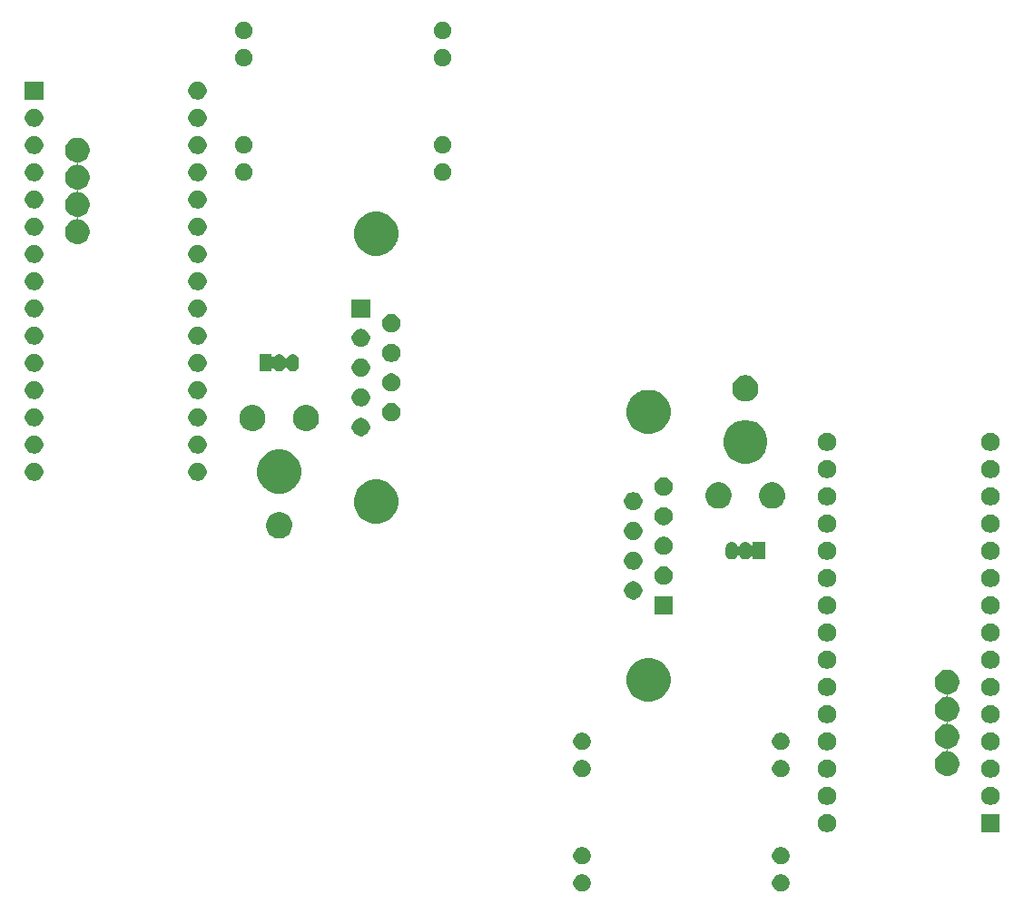
<source format=gbr>
G04 #@! TF.GenerationSoftware,KiCad,Pcbnew,5.1.5-52549c5~84~ubuntu19.10.1*
G04 #@! TF.CreationDate,2020-09-03T13:33:18+03:00*
G04 #@! TF.ProjectId,hymTR_dual,68796d54-525f-4647-9561-6c2e6b696361,rev?*
G04 #@! TF.SameCoordinates,Original*
G04 #@! TF.FileFunction,Soldermask,Top*
G04 #@! TF.FilePolarity,Negative*
%FSLAX46Y46*%
G04 Gerber Fmt 4.6, Leading zero omitted, Abs format (unit mm)*
G04 Created by KiCad (PCBNEW 5.1.5-52549c5~84~ubuntu19.10.1) date 2020-09-03 13:33:18*
%MOMM*%
%LPD*%
G04 APERTURE LIST*
%ADD10C,0.100000*%
G04 APERTURE END LIST*
D10*
G36*
X125549142Y-136176242D02*
G01*
X125697101Y-136237529D01*
X125830255Y-136326499D01*
X125943501Y-136439745D01*
X126032471Y-136572899D01*
X126093758Y-136720858D01*
X126125000Y-136877925D01*
X126125000Y-137038075D01*
X126093758Y-137195142D01*
X126032471Y-137343101D01*
X125943501Y-137476255D01*
X125830255Y-137589501D01*
X125697101Y-137678471D01*
X125549142Y-137739758D01*
X125392075Y-137771000D01*
X125231925Y-137771000D01*
X125074858Y-137739758D01*
X124926899Y-137678471D01*
X124793745Y-137589501D01*
X124680499Y-137476255D01*
X124591529Y-137343101D01*
X124530242Y-137195142D01*
X124499000Y-137038075D01*
X124499000Y-136877925D01*
X124530242Y-136720858D01*
X124591529Y-136572899D01*
X124680499Y-136439745D01*
X124793745Y-136326499D01*
X124926899Y-136237529D01*
X125074858Y-136176242D01*
X125231925Y-136145000D01*
X125392075Y-136145000D01*
X125549142Y-136176242D01*
G37*
G36*
X107007142Y-136176242D02*
G01*
X107155101Y-136237529D01*
X107288255Y-136326499D01*
X107401501Y-136439745D01*
X107490471Y-136572899D01*
X107551758Y-136720858D01*
X107583000Y-136877925D01*
X107583000Y-137038075D01*
X107551758Y-137195142D01*
X107490471Y-137343101D01*
X107401501Y-137476255D01*
X107288255Y-137589501D01*
X107155101Y-137678471D01*
X107007142Y-137739758D01*
X106850075Y-137771000D01*
X106689925Y-137771000D01*
X106532858Y-137739758D01*
X106384899Y-137678471D01*
X106251745Y-137589501D01*
X106138499Y-137476255D01*
X106049529Y-137343101D01*
X105988242Y-137195142D01*
X105957000Y-137038075D01*
X105957000Y-136877925D01*
X105988242Y-136720858D01*
X106049529Y-136572899D01*
X106138499Y-136439745D01*
X106251745Y-136326499D01*
X106384899Y-136237529D01*
X106532858Y-136176242D01*
X106689925Y-136145000D01*
X106850075Y-136145000D01*
X107007142Y-136176242D01*
G37*
G36*
X107007142Y-133636242D02*
G01*
X107155101Y-133697529D01*
X107288255Y-133786499D01*
X107401501Y-133899745D01*
X107490471Y-134032899D01*
X107551758Y-134180858D01*
X107583000Y-134337925D01*
X107583000Y-134498075D01*
X107551758Y-134655142D01*
X107490471Y-134803101D01*
X107401501Y-134936255D01*
X107288255Y-135049501D01*
X107155101Y-135138471D01*
X107007142Y-135199758D01*
X106850075Y-135231000D01*
X106689925Y-135231000D01*
X106532858Y-135199758D01*
X106384899Y-135138471D01*
X106251745Y-135049501D01*
X106138499Y-134936255D01*
X106049529Y-134803101D01*
X105988242Y-134655142D01*
X105957000Y-134498075D01*
X105957000Y-134337925D01*
X105988242Y-134180858D01*
X106049529Y-134032899D01*
X106138499Y-133899745D01*
X106251745Y-133786499D01*
X106384899Y-133697529D01*
X106532858Y-133636242D01*
X106689925Y-133605000D01*
X106850075Y-133605000D01*
X107007142Y-133636242D01*
G37*
G36*
X125549142Y-133636242D02*
G01*
X125697101Y-133697529D01*
X125830255Y-133786499D01*
X125943501Y-133899745D01*
X126032471Y-134032899D01*
X126093758Y-134180858D01*
X126125000Y-134337925D01*
X126125000Y-134498075D01*
X126093758Y-134655142D01*
X126032471Y-134803101D01*
X125943501Y-134936255D01*
X125830255Y-135049501D01*
X125697101Y-135138471D01*
X125549142Y-135199758D01*
X125392075Y-135231000D01*
X125231925Y-135231000D01*
X125074858Y-135199758D01*
X124926899Y-135138471D01*
X124793745Y-135049501D01*
X124680499Y-134936255D01*
X124591529Y-134803101D01*
X124530242Y-134655142D01*
X124499000Y-134498075D01*
X124499000Y-134337925D01*
X124530242Y-134180858D01*
X124591529Y-134032899D01*
X124680499Y-133899745D01*
X124793745Y-133786499D01*
X124926899Y-133697529D01*
X125074858Y-133636242D01*
X125231925Y-133605000D01*
X125392075Y-133605000D01*
X125549142Y-133636242D01*
G37*
G36*
X145721000Y-132221000D02*
G01*
X144019000Y-132221000D01*
X144019000Y-130519000D01*
X145721000Y-130519000D01*
X145721000Y-132221000D01*
G37*
G36*
X129878228Y-130551703D02*
G01*
X130033100Y-130615853D01*
X130172481Y-130708985D01*
X130291015Y-130827519D01*
X130384147Y-130966900D01*
X130448297Y-131121772D01*
X130481000Y-131286184D01*
X130481000Y-131453816D01*
X130448297Y-131618228D01*
X130384147Y-131773100D01*
X130291015Y-131912481D01*
X130172481Y-132031015D01*
X130033100Y-132124147D01*
X129878228Y-132188297D01*
X129713816Y-132221000D01*
X129546184Y-132221000D01*
X129381772Y-132188297D01*
X129226900Y-132124147D01*
X129087519Y-132031015D01*
X128968985Y-131912481D01*
X128875853Y-131773100D01*
X128811703Y-131618228D01*
X128779000Y-131453816D01*
X128779000Y-131286184D01*
X128811703Y-131121772D01*
X128875853Y-130966900D01*
X128968985Y-130827519D01*
X129087519Y-130708985D01*
X129226900Y-130615853D01*
X129381772Y-130551703D01*
X129546184Y-130519000D01*
X129713816Y-130519000D01*
X129878228Y-130551703D01*
G37*
G36*
X145118228Y-128011703D02*
G01*
X145273100Y-128075853D01*
X145412481Y-128168985D01*
X145531015Y-128287519D01*
X145624147Y-128426900D01*
X145688297Y-128581772D01*
X145721000Y-128746184D01*
X145721000Y-128913816D01*
X145688297Y-129078228D01*
X145624147Y-129233100D01*
X145531015Y-129372481D01*
X145412481Y-129491015D01*
X145273100Y-129584147D01*
X145118228Y-129648297D01*
X144953816Y-129681000D01*
X144786184Y-129681000D01*
X144621772Y-129648297D01*
X144466900Y-129584147D01*
X144327519Y-129491015D01*
X144208985Y-129372481D01*
X144115853Y-129233100D01*
X144051703Y-129078228D01*
X144019000Y-128913816D01*
X144019000Y-128746184D01*
X144051703Y-128581772D01*
X144115853Y-128426900D01*
X144208985Y-128287519D01*
X144327519Y-128168985D01*
X144466900Y-128075853D01*
X144621772Y-128011703D01*
X144786184Y-127979000D01*
X144953816Y-127979000D01*
X145118228Y-128011703D01*
G37*
G36*
X129878228Y-128011703D02*
G01*
X130033100Y-128075853D01*
X130172481Y-128168985D01*
X130291015Y-128287519D01*
X130384147Y-128426900D01*
X130448297Y-128581772D01*
X130481000Y-128746184D01*
X130481000Y-128913816D01*
X130448297Y-129078228D01*
X130384147Y-129233100D01*
X130291015Y-129372481D01*
X130172481Y-129491015D01*
X130033100Y-129584147D01*
X129878228Y-129648297D01*
X129713816Y-129681000D01*
X129546184Y-129681000D01*
X129381772Y-129648297D01*
X129226900Y-129584147D01*
X129087519Y-129491015D01*
X128968985Y-129372481D01*
X128875853Y-129233100D01*
X128811703Y-129078228D01*
X128779000Y-128913816D01*
X128779000Y-128746184D01*
X128811703Y-128581772D01*
X128875853Y-128426900D01*
X128968985Y-128287519D01*
X129087519Y-128168985D01*
X129226900Y-128075853D01*
X129381772Y-128011703D01*
X129546184Y-127979000D01*
X129713816Y-127979000D01*
X129878228Y-128011703D01*
G37*
G36*
X145118228Y-125471703D02*
G01*
X145273100Y-125535853D01*
X145412481Y-125628985D01*
X145531015Y-125747519D01*
X145624147Y-125886900D01*
X145688297Y-126041772D01*
X145721000Y-126206184D01*
X145721000Y-126373816D01*
X145688297Y-126538228D01*
X145624147Y-126693100D01*
X145531015Y-126832481D01*
X145412481Y-126951015D01*
X145273100Y-127044147D01*
X145118228Y-127108297D01*
X144953816Y-127141000D01*
X144786184Y-127141000D01*
X144621772Y-127108297D01*
X144466900Y-127044147D01*
X144327519Y-126951015D01*
X144208985Y-126832481D01*
X144115853Y-126693100D01*
X144051703Y-126538228D01*
X144019000Y-126373816D01*
X144019000Y-126206184D01*
X144051703Y-126041772D01*
X144115853Y-125886900D01*
X144208985Y-125747519D01*
X144327519Y-125628985D01*
X144466900Y-125535853D01*
X144621772Y-125471703D01*
X144786184Y-125439000D01*
X144953816Y-125439000D01*
X145118228Y-125471703D01*
G37*
G36*
X129878228Y-125471703D02*
G01*
X130033100Y-125535853D01*
X130172481Y-125628985D01*
X130291015Y-125747519D01*
X130384147Y-125886900D01*
X130448297Y-126041772D01*
X130481000Y-126206184D01*
X130481000Y-126373816D01*
X130448297Y-126538228D01*
X130384147Y-126693100D01*
X130291015Y-126832481D01*
X130172481Y-126951015D01*
X130033100Y-127044147D01*
X129878228Y-127108297D01*
X129713816Y-127141000D01*
X129546184Y-127141000D01*
X129381772Y-127108297D01*
X129226900Y-127044147D01*
X129087519Y-126951015D01*
X128968985Y-126832481D01*
X128875853Y-126693100D01*
X128811703Y-126538228D01*
X128779000Y-126373816D01*
X128779000Y-126206184D01*
X128811703Y-126041772D01*
X128875853Y-125886900D01*
X128968985Y-125747519D01*
X129087519Y-125628985D01*
X129226900Y-125535853D01*
X129381772Y-125471703D01*
X129546184Y-125439000D01*
X129713816Y-125439000D01*
X129878228Y-125471703D01*
G37*
G36*
X125549142Y-125508242D02*
G01*
X125697101Y-125569529D01*
X125830255Y-125658499D01*
X125943501Y-125771745D01*
X126032471Y-125904899D01*
X126093758Y-126052858D01*
X126125000Y-126209925D01*
X126125000Y-126370075D01*
X126093758Y-126527142D01*
X126032471Y-126675101D01*
X125943501Y-126808255D01*
X125830255Y-126921501D01*
X125697101Y-127010471D01*
X125549142Y-127071758D01*
X125392075Y-127103000D01*
X125231925Y-127103000D01*
X125074858Y-127071758D01*
X124926899Y-127010471D01*
X124793745Y-126921501D01*
X124680499Y-126808255D01*
X124591529Y-126675101D01*
X124530242Y-126527142D01*
X124499000Y-126370075D01*
X124499000Y-126209925D01*
X124530242Y-126052858D01*
X124591529Y-125904899D01*
X124680499Y-125771745D01*
X124793745Y-125658499D01*
X124926899Y-125569529D01*
X125074858Y-125508242D01*
X125231925Y-125477000D01*
X125392075Y-125477000D01*
X125549142Y-125508242D01*
G37*
G36*
X107007142Y-125508242D02*
G01*
X107155101Y-125569529D01*
X107288255Y-125658499D01*
X107401501Y-125771745D01*
X107490471Y-125904899D01*
X107551758Y-126052858D01*
X107583000Y-126209925D01*
X107583000Y-126370075D01*
X107551758Y-126527142D01*
X107490471Y-126675101D01*
X107401501Y-126808255D01*
X107288255Y-126921501D01*
X107155101Y-127010471D01*
X107007142Y-127071758D01*
X106850075Y-127103000D01*
X106689925Y-127103000D01*
X106532858Y-127071758D01*
X106384899Y-127010471D01*
X106251745Y-126921501D01*
X106138499Y-126808255D01*
X106049529Y-126675101D01*
X105988242Y-126527142D01*
X105957000Y-126370075D01*
X105957000Y-126209925D01*
X105988242Y-126052858D01*
X106049529Y-125904899D01*
X106138499Y-125771745D01*
X106251745Y-125658499D01*
X106384899Y-125569529D01*
X106532858Y-125508242D01*
X106689925Y-125477000D01*
X106850075Y-125477000D01*
X107007142Y-125508242D01*
G37*
G36*
X141060549Y-117067116D02*
G01*
X141171734Y-117089232D01*
X141381203Y-117175997D01*
X141569720Y-117301960D01*
X141730040Y-117462280D01*
X141856003Y-117650797D01*
X141942768Y-117860266D01*
X141987000Y-118082636D01*
X141987000Y-118309364D01*
X141942768Y-118531734D01*
X141856003Y-118741203D01*
X141730040Y-118929720D01*
X141569720Y-119090040D01*
X141381203Y-119216003D01*
X141171734Y-119302768D01*
X141044161Y-119328144D01*
X140967448Y-119343403D01*
X140943999Y-119350516D01*
X140922388Y-119362067D01*
X140903446Y-119377612D01*
X140887901Y-119396554D01*
X140876350Y-119418165D01*
X140869237Y-119441614D01*
X140866835Y-119466000D01*
X140869237Y-119490386D01*
X140876350Y-119513835D01*
X140887901Y-119535446D01*
X140903446Y-119554388D01*
X140922388Y-119569933D01*
X140943999Y-119581484D01*
X140967448Y-119588597D01*
X141040440Y-119603116D01*
X141171734Y-119629232D01*
X141381203Y-119715997D01*
X141569720Y-119841960D01*
X141730040Y-120002280D01*
X141856003Y-120190797D01*
X141942768Y-120400266D01*
X141987000Y-120622636D01*
X141987000Y-120849364D01*
X141942768Y-121071734D01*
X141856003Y-121281203D01*
X141730040Y-121469720D01*
X141569720Y-121630040D01*
X141381203Y-121756003D01*
X141171734Y-121842768D01*
X141044161Y-121868144D01*
X140967448Y-121883403D01*
X140943999Y-121890516D01*
X140922388Y-121902067D01*
X140903446Y-121917612D01*
X140887901Y-121936554D01*
X140876350Y-121958165D01*
X140869237Y-121981614D01*
X140866835Y-122006000D01*
X140869237Y-122030386D01*
X140876350Y-122053835D01*
X140887901Y-122075446D01*
X140903446Y-122094388D01*
X140922388Y-122109933D01*
X140943999Y-122121484D01*
X140967448Y-122128597D01*
X141044161Y-122143856D01*
X141171734Y-122169232D01*
X141381203Y-122255997D01*
X141569720Y-122381960D01*
X141730040Y-122542280D01*
X141856003Y-122730797D01*
X141942768Y-122940266D01*
X141987000Y-123162636D01*
X141987000Y-123389364D01*
X141942768Y-123611734D01*
X141856003Y-123821203D01*
X141730040Y-124009720D01*
X141569720Y-124170040D01*
X141381203Y-124296003D01*
X141171734Y-124382768D01*
X141044161Y-124408144D01*
X140967448Y-124423403D01*
X140943999Y-124430516D01*
X140922388Y-124442067D01*
X140903446Y-124457612D01*
X140887901Y-124476554D01*
X140876350Y-124498165D01*
X140869237Y-124521614D01*
X140866835Y-124546000D01*
X140869237Y-124570386D01*
X140876350Y-124593835D01*
X140887901Y-124615446D01*
X140903446Y-124634388D01*
X140922388Y-124649933D01*
X140943999Y-124661484D01*
X140967448Y-124668597D01*
X141044161Y-124683856D01*
X141171734Y-124709232D01*
X141381203Y-124795997D01*
X141569720Y-124921960D01*
X141730040Y-125082280D01*
X141856003Y-125270797D01*
X141942768Y-125480266D01*
X141987000Y-125702636D01*
X141987000Y-125929364D01*
X141942768Y-126151734D01*
X141856003Y-126361203D01*
X141730040Y-126549720D01*
X141569720Y-126710040D01*
X141381203Y-126836003D01*
X141171734Y-126922768D01*
X141060549Y-126944884D01*
X140949365Y-126967000D01*
X140722635Y-126967000D01*
X140611451Y-126944884D01*
X140500266Y-126922768D01*
X140290797Y-126836003D01*
X140102280Y-126710040D01*
X139941960Y-126549720D01*
X139815997Y-126361203D01*
X139729232Y-126151734D01*
X139685000Y-125929364D01*
X139685000Y-125702636D01*
X139729232Y-125480266D01*
X139815997Y-125270797D01*
X139941960Y-125082280D01*
X140102280Y-124921960D01*
X140290797Y-124795997D01*
X140500266Y-124709232D01*
X140627839Y-124683856D01*
X140704552Y-124668597D01*
X140728001Y-124661484D01*
X140749612Y-124649933D01*
X140768554Y-124634388D01*
X140784099Y-124615446D01*
X140795650Y-124593835D01*
X140802763Y-124570386D01*
X140805165Y-124546000D01*
X140802763Y-124521614D01*
X140795650Y-124498165D01*
X140784099Y-124476554D01*
X140768554Y-124457612D01*
X140749612Y-124442067D01*
X140728001Y-124430516D01*
X140704552Y-124423403D01*
X140627839Y-124408144D01*
X140500266Y-124382768D01*
X140290797Y-124296003D01*
X140102280Y-124170040D01*
X139941960Y-124009720D01*
X139815997Y-123821203D01*
X139729232Y-123611734D01*
X139685000Y-123389364D01*
X139685000Y-123162636D01*
X139729232Y-122940266D01*
X139815997Y-122730797D01*
X139941960Y-122542280D01*
X140102280Y-122381960D01*
X140290797Y-122255997D01*
X140500266Y-122169232D01*
X140627839Y-122143856D01*
X140704552Y-122128597D01*
X140728001Y-122121484D01*
X140749612Y-122109933D01*
X140768554Y-122094388D01*
X140784099Y-122075446D01*
X140795650Y-122053835D01*
X140802763Y-122030386D01*
X140805165Y-122006000D01*
X140802763Y-121981614D01*
X140795650Y-121958165D01*
X140784099Y-121936554D01*
X140768554Y-121917612D01*
X140749612Y-121902067D01*
X140728001Y-121890516D01*
X140704552Y-121883403D01*
X140627839Y-121868144D01*
X140500266Y-121842768D01*
X140290797Y-121756003D01*
X140102280Y-121630040D01*
X139941960Y-121469720D01*
X139815997Y-121281203D01*
X139729232Y-121071734D01*
X139685000Y-120849364D01*
X139685000Y-120622636D01*
X139729232Y-120400266D01*
X139815997Y-120190797D01*
X139941960Y-120002280D01*
X140102280Y-119841960D01*
X140290797Y-119715997D01*
X140500266Y-119629232D01*
X140631560Y-119603116D01*
X140704552Y-119588597D01*
X140728001Y-119581484D01*
X140749612Y-119569933D01*
X140768554Y-119554388D01*
X140784099Y-119535446D01*
X140795650Y-119513835D01*
X140802763Y-119490386D01*
X140805165Y-119466000D01*
X140802763Y-119441614D01*
X140795650Y-119418165D01*
X140784099Y-119396554D01*
X140768554Y-119377612D01*
X140749612Y-119362067D01*
X140728001Y-119350516D01*
X140704552Y-119343403D01*
X140627839Y-119328144D01*
X140500266Y-119302768D01*
X140290797Y-119216003D01*
X140102280Y-119090040D01*
X139941960Y-118929720D01*
X139815997Y-118741203D01*
X139729232Y-118531734D01*
X139685000Y-118309364D01*
X139685000Y-118082636D01*
X139729232Y-117860266D01*
X139815997Y-117650797D01*
X139941960Y-117462280D01*
X140102280Y-117301960D01*
X140290797Y-117175997D01*
X140500266Y-117089232D01*
X140611451Y-117067116D01*
X140722635Y-117045000D01*
X140949365Y-117045000D01*
X141060549Y-117067116D01*
G37*
G36*
X145118228Y-122931703D02*
G01*
X145273100Y-122995853D01*
X145412481Y-123088985D01*
X145531015Y-123207519D01*
X145624147Y-123346900D01*
X145688297Y-123501772D01*
X145721000Y-123666184D01*
X145721000Y-123833816D01*
X145688297Y-123998228D01*
X145624147Y-124153100D01*
X145531015Y-124292481D01*
X145412481Y-124411015D01*
X145273100Y-124504147D01*
X145118228Y-124568297D01*
X144953816Y-124601000D01*
X144786184Y-124601000D01*
X144621772Y-124568297D01*
X144466900Y-124504147D01*
X144327519Y-124411015D01*
X144208985Y-124292481D01*
X144115853Y-124153100D01*
X144051703Y-123998228D01*
X144019000Y-123833816D01*
X144019000Y-123666184D01*
X144051703Y-123501772D01*
X144115853Y-123346900D01*
X144208985Y-123207519D01*
X144327519Y-123088985D01*
X144466900Y-122995853D01*
X144621772Y-122931703D01*
X144786184Y-122899000D01*
X144953816Y-122899000D01*
X145118228Y-122931703D01*
G37*
G36*
X129878228Y-122931703D02*
G01*
X130033100Y-122995853D01*
X130172481Y-123088985D01*
X130291015Y-123207519D01*
X130384147Y-123346900D01*
X130448297Y-123501772D01*
X130481000Y-123666184D01*
X130481000Y-123833816D01*
X130448297Y-123998228D01*
X130384147Y-124153100D01*
X130291015Y-124292481D01*
X130172481Y-124411015D01*
X130033100Y-124504147D01*
X129878228Y-124568297D01*
X129713816Y-124601000D01*
X129546184Y-124601000D01*
X129381772Y-124568297D01*
X129226900Y-124504147D01*
X129087519Y-124411015D01*
X128968985Y-124292481D01*
X128875853Y-124153100D01*
X128811703Y-123998228D01*
X128779000Y-123833816D01*
X128779000Y-123666184D01*
X128811703Y-123501772D01*
X128875853Y-123346900D01*
X128968985Y-123207519D01*
X129087519Y-123088985D01*
X129226900Y-122995853D01*
X129381772Y-122931703D01*
X129546184Y-122899000D01*
X129713816Y-122899000D01*
X129878228Y-122931703D01*
G37*
G36*
X107007142Y-122968242D02*
G01*
X107155101Y-123029529D01*
X107288255Y-123118499D01*
X107401501Y-123231745D01*
X107490471Y-123364899D01*
X107551758Y-123512858D01*
X107583000Y-123669925D01*
X107583000Y-123830075D01*
X107551758Y-123987142D01*
X107490471Y-124135101D01*
X107401501Y-124268255D01*
X107288255Y-124381501D01*
X107155101Y-124470471D01*
X107007142Y-124531758D01*
X106850075Y-124563000D01*
X106689925Y-124563000D01*
X106532858Y-124531758D01*
X106384899Y-124470471D01*
X106251745Y-124381501D01*
X106138499Y-124268255D01*
X106049529Y-124135101D01*
X105988242Y-123987142D01*
X105957000Y-123830075D01*
X105957000Y-123669925D01*
X105988242Y-123512858D01*
X106049529Y-123364899D01*
X106138499Y-123231745D01*
X106251745Y-123118499D01*
X106384899Y-123029529D01*
X106532858Y-122968242D01*
X106689925Y-122937000D01*
X106850075Y-122937000D01*
X107007142Y-122968242D01*
G37*
G36*
X125549142Y-122968242D02*
G01*
X125697101Y-123029529D01*
X125830255Y-123118499D01*
X125943501Y-123231745D01*
X126032471Y-123364899D01*
X126093758Y-123512858D01*
X126125000Y-123669925D01*
X126125000Y-123830075D01*
X126093758Y-123987142D01*
X126032471Y-124135101D01*
X125943501Y-124268255D01*
X125830255Y-124381501D01*
X125697101Y-124470471D01*
X125549142Y-124531758D01*
X125392075Y-124563000D01*
X125231925Y-124563000D01*
X125074858Y-124531758D01*
X124926899Y-124470471D01*
X124793745Y-124381501D01*
X124680499Y-124268255D01*
X124591529Y-124135101D01*
X124530242Y-123987142D01*
X124499000Y-123830075D01*
X124499000Y-123669925D01*
X124530242Y-123512858D01*
X124591529Y-123364899D01*
X124680499Y-123231745D01*
X124793745Y-123118499D01*
X124926899Y-123029529D01*
X125074858Y-122968242D01*
X125231925Y-122937000D01*
X125392075Y-122937000D01*
X125549142Y-122968242D01*
G37*
G36*
X129878228Y-120391703D02*
G01*
X130033100Y-120455853D01*
X130172481Y-120548985D01*
X130291015Y-120667519D01*
X130384147Y-120806900D01*
X130448297Y-120961772D01*
X130481000Y-121126184D01*
X130481000Y-121293816D01*
X130448297Y-121458228D01*
X130384147Y-121613100D01*
X130291015Y-121752481D01*
X130172481Y-121871015D01*
X130033100Y-121964147D01*
X129878228Y-122028297D01*
X129713816Y-122061000D01*
X129546184Y-122061000D01*
X129381772Y-122028297D01*
X129226900Y-121964147D01*
X129087519Y-121871015D01*
X128968985Y-121752481D01*
X128875853Y-121613100D01*
X128811703Y-121458228D01*
X128779000Y-121293816D01*
X128779000Y-121126184D01*
X128811703Y-120961772D01*
X128875853Y-120806900D01*
X128968985Y-120667519D01*
X129087519Y-120548985D01*
X129226900Y-120455853D01*
X129381772Y-120391703D01*
X129546184Y-120359000D01*
X129713816Y-120359000D01*
X129878228Y-120391703D01*
G37*
G36*
X145118228Y-120391703D02*
G01*
X145273100Y-120455853D01*
X145412481Y-120548985D01*
X145531015Y-120667519D01*
X145624147Y-120806900D01*
X145688297Y-120961772D01*
X145721000Y-121126184D01*
X145721000Y-121293816D01*
X145688297Y-121458228D01*
X145624147Y-121613100D01*
X145531015Y-121752481D01*
X145412481Y-121871015D01*
X145273100Y-121964147D01*
X145118228Y-122028297D01*
X144953816Y-122061000D01*
X144786184Y-122061000D01*
X144621772Y-122028297D01*
X144466900Y-121964147D01*
X144327519Y-121871015D01*
X144208985Y-121752481D01*
X144115853Y-121613100D01*
X144051703Y-121458228D01*
X144019000Y-121293816D01*
X144019000Y-121126184D01*
X144051703Y-120961772D01*
X144115853Y-120806900D01*
X144208985Y-120667519D01*
X144327519Y-120548985D01*
X144466900Y-120455853D01*
X144621772Y-120391703D01*
X144786184Y-120359000D01*
X144953816Y-120359000D01*
X145118228Y-120391703D01*
G37*
G36*
X113568254Y-116037818D02*
G01*
X113941511Y-116192426D01*
X113941513Y-116192427D01*
X114277436Y-116416884D01*
X114563116Y-116702564D01*
X114727309Y-116948295D01*
X114787574Y-117038489D01*
X114942182Y-117411746D01*
X115021000Y-117807993D01*
X115021000Y-118212007D01*
X114942182Y-118608254D01*
X114787574Y-118981511D01*
X114787573Y-118981513D01*
X114563116Y-119317436D01*
X114277436Y-119603116D01*
X113941513Y-119827573D01*
X113941512Y-119827574D01*
X113941511Y-119827574D01*
X113568254Y-119982182D01*
X113172007Y-120061000D01*
X112767993Y-120061000D01*
X112371746Y-119982182D01*
X111998489Y-119827574D01*
X111998488Y-119827574D01*
X111998487Y-119827573D01*
X111662564Y-119603116D01*
X111376884Y-119317436D01*
X111152427Y-118981513D01*
X111152426Y-118981511D01*
X110997818Y-118608254D01*
X110919000Y-118212007D01*
X110919000Y-117807993D01*
X110997818Y-117411746D01*
X111152426Y-117038489D01*
X111212692Y-116948295D01*
X111376884Y-116702564D01*
X111662564Y-116416884D01*
X111998487Y-116192427D01*
X111998489Y-116192426D01*
X112371746Y-116037818D01*
X112767993Y-115959000D01*
X113172007Y-115959000D01*
X113568254Y-116037818D01*
G37*
G36*
X145118228Y-117851703D02*
G01*
X145273100Y-117915853D01*
X145412481Y-118008985D01*
X145531015Y-118127519D01*
X145624147Y-118266900D01*
X145688297Y-118421772D01*
X145721000Y-118586184D01*
X145721000Y-118753816D01*
X145688297Y-118918228D01*
X145624147Y-119073100D01*
X145531015Y-119212481D01*
X145412481Y-119331015D01*
X145273100Y-119424147D01*
X145118228Y-119488297D01*
X144953816Y-119521000D01*
X144786184Y-119521000D01*
X144621772Y-119488297D01*
X144466900Y-119424147D01*
X144327519Y-119331015D01*
X144208985Y-119212481D01*
X144115853Y-119073100D01*
X144051703Y-118918228D01*
X144019000Y-118753816D01*
X144019000Y-118586184D01*
X144051703Y-118421772D01*
X144115853Y-118266900D01*
X144208985Y-118127519D01*
X144327519Y-118008985D01*
X144466900Y-117915853D01*
X144621772Y-117851703D01*
X144786184Y-117819000D01*
X144953816Y-117819000D01*
X145118228Y-117851703D01*
G37*
G36*
X129878228Y-117851703D02*
G01*
X130033100Y-117915853D01*
X130172481Y-118008985D01*
X130291015Y-118127519D01*
X130384147Y-118266900D01*
X130448297Y-118421772D01*
X130481000Y-118586184D01*
X130481000Y-118753816D01*
X130448297Y-118918228D01*
X130384147Y-119073100D01*
X130291015Y-119212481D01*
X130172481Y-119331015D01*
X130033100Y-119424147D01*
X129878228Y-119488297D01*
X129713816Y-119521000D01*
X129546184Y-119521000D01*
X129381772Y-119488297D01*
X129226900Y-119424147D01*
X129087519Y-119331015D01*
X128968985Y-119212481D01*
X128875853Y-119073100D01*
X128811703Y-118918228D01*
X128779000Y-118753816D01*
X128779000Y-118586184D01*
X128811703Y-118421772D01*
X128875853Y-118266900D01*
X128968985Y-118127519D01*
X129087519Y-118008985D01*
X129226900Y-117915853D01*
X129381772Y-117851703D01*
X129546184Y-117819000D01*
X129713816Y-117819000D01*
X129878228Y-117851703D01*
G37*
G36*
X145118228Y-115311703D02*
G01*
X145273100Y-115375853D01*
X145412481Y-115468985D01*
X145531015Y-115587519D01*
X145624147Y-115726900D01*
X145688297Y-115881772D01*
X145721000Y-116046184D01*
X145721000Y-116213816D01*
X145688297Y-116378228D01*
X145624147Y-116533100D01*
X145531015Y-116672481D01*
X145412481Y-116791015D01*
X145273100Y-116884147D01*
X145118228Y-116948297D01*
X144953816Y-116981000D01*
X144786184Y-116981000D01*
X144621772Y-116948297D01*
X144466900Y-116884147D01*
X144327519Y-116791015D01*
X144208985Y-116672481D01*
X144115853Y-116533100D01*
X144051703Y-116378228D01*
X144019000Y-116213816D01*
X144019000Y-116046184D01*
X144051703Y-115881772D01*
X144115853Y-115726900D01*
X144208985Y-115587519D01*
X144327519Y-115468985D01*
X144466900Y-115375853D01*
X144621772Y-115311703D01*
X144786184Y-115279000D01*
X144953816Y-115279000D01*
X145118228Y-115311703D01*
G37*
G36*
X129878228Y-115311703D02*
G01*
X130033100Y-115375853D01*
X130172481Y-115468985D01*
X130291015Y-115587519D01*
X130384147Y-115726900D01*
X130448297Y-115881772D01*
X130481000Y-116046184D01*
X130481000Y-116213816D01*
X130448297Y-116378228D01*
X130384147Y-116533100D01*
X130291015Y-116672481D01*
X130172481Y-116791015D01*
X130033100Y-116884147D01*
X129878228Y-116948297D01*
X129713816Y-116981000D01*
X129546184Y-116981000D01*
X129381772Y-116948297D01*
X129226900Y-116884147D01*
X129087519Y-116791015D01*
X128968985Y-116672481D01*
X128875853Y-116533100D01*
X128811703Y-116378228D01*
X128779000Y-116213816D01*
X128779000Y-116046184D01*
X128811703Y-115881772D01*
X128875853Y-115726900D01*
X128968985Y-115587519D01*
X129087519Y-115468985D01*
X129226900Y-115375853D01*
X129381772Y-115311703D01*
X129546184Y-115279000D01*
X129713816Y-115279000D01*
X129878228Y-115311703D01*
G37*
G36*
X129878228Y-112771703D02*
G01*
X130033100Y-112835853D01*
X130172481Y-112928985D01*
X130291015Y-113047519D01*
X130384147Y-113186900D01*
X130448297Y-113341772D01*
X130481000Y-113506184D01*
X130481000Y-113673816D01*
X130448297Y-113838228D01*
X130384147Y-113993100D01*
X130291015Y-114132481D01*
X130172481Y-114251015D01*
X130033100Y-114344147D01*
X129878228Y-114408297D01*
X129713816Y-114441000D01*
X129546184Y-114441000D01*
X129381772Y-114408297D01*
X129226900Y-114344147D01*
X129087519Y-114251015D01*
X128968985Y-114132481D01*
X128875853Y-113993100D01*
X128811703Y-113838228D01*
X128779000Y-113673816D01*
X128779000Y-113506184D01*
X128811703Y-113341772D01*
X128875853Y-113186900D01*
X128968985Y-113047519D01*
X129087519Y-112928985D01*
X129226900Y-112835853D01*
X129381772Y-112771703D01*
X129546184Y-112739000D01*
X129713816Y-112739000D01*
X129878228Y-112771703D01*
G37*
G36*
X145118228Y-112771703D02*
G01*
X145273100Y-112835853D01*
X145412481Y-112928985D01*
X145531015Y-113047519D01*
X145624147Y-113186900D01*
X145688297Y-113341772D01*
X145721000Y-113506184D01*
X145721000Y-113673816D01*
X145688297Y-113838228D01*
X145624147Y-113993100D01*
X145531015Y-114132481D01*
X145412481Y-114251015D01*
X145273100Y-114344147D01*
X145118228Y-114408297D01*
X144953816Y-114441000D01*
X144786184Y-114441000D01*
X144621772Y-114408297D01*
X144466900Y-114344147D01*
X144327519Y-114251015D01*
X144208985Y-114132481D01*
X144115853Y-113993100D01*
X144051703Y-113838228D01*
X144019000Y-113673816D01*
X144019000Y-113506184D01*
X144051703Y-113341772D01*
X144115853Y-113186900D01*
X144208985Y-113047519D01*
X144327519Y-112928985D01*
X144466900Y-112835853D01*
X144621772Y-112771703D01*
X144786184Y-112739000D01*
X144953816Y-112739000D01*
X145118228Y-112771703D01*
G37*
G36*
X115241000Y-111901000D02*
G01*
X113539000Y-111901000D01*
X113539000Y-110199000D01*
X115241000Y-110199000D01*
X115241000Y-111901000D01*
G37*
G36*
X129878228Y-110231703D02*
G01*
X130033100Y-110295853D01*
X130172481Y-110388985D01*
X130291015Y-110507519D01*
X130384147Y-110646900D01*
X130448297Y-110801772D01*
X130481000Y-110966184D01*
X130481000Y-111133816D01*
X130448297Y-111298228D01*
X130384147Y-111453100D01*
X130291015Y-111592481D01*
X130172481Y-111711015D01*
X130033100Y-111804147D01*
X129878228Y-111868297D01*
X129713816Y-111901000D01*
X129546184Y-111901000D01*
X129381772Y-111868297D01*
X129226900Y-111804147D01*
X129087519Y-111711015D01*
X128968985Y-111592481D01*
X128875853Y-111453100D01*
X128811703Y-111298228D01*
X128779000Y-111133816D01*
X128779000Y-110966184D01*
X128811703Y-110801772D01*
X128875853Y-110646900D01*
X128968985Y-110507519D01*
X129087519Y-110388985D01*
X129226900Y-110295853D01*
X129381772Y-110231703D01*
X129546184Y-110199000D01*
X129713816Y-110199000D01*
X129878228Y-110231703D01*
G37*
G36*
X145118228Y-110231703D02*
G01*
X145273100Y-110295853D01*
X145412481Y-110388985D01*
X145531015Y-110507519D01*
X145624147Y-110646900D01*
X145688297Y-110801772D01*
X145721000Y-110966184D01*
X145721000Y-111133816D01*
X145688297Y-111298228D01*
X145624147Y-111453100D01*
X145531015Y-111592481D01*
X145412481Y-111711015D01*
X145273100Y-111804147D01*
X145118228Y-111868297D01*
X144953816Y-111901000D01*
X144786184Y-111901000D01*
X144621772Y-111868297D01*
X144466900Y-111804147D01*
X144327519Y-111711015D01*
X144208985Y-111592481D01*
X144115853Y-111453100D01*
X144051703Y-111298228D01*
X144019000Y-111133816D01*
X144019000Y-110966184D01*
X144051703Y-110801772D01*
X144115853Y-110646900D01*
X144208985Y-110507519D01*
X144327519Y-110388985D01*
X144466900Y-110295853D01*
X144621772Y-110231703D01*
X144786184Y-110199000D01*
X144953816Y-110199000D01*
X145118228Y-110231703D01*
G37*
G36*
X111798228Y-108846703D02*
G01*
X111953100Y-108910853D01*
X112092481Y-109003985D01*
X112211015Y-109122519D01*
X112304147Y-109261900D01*
X112368297Y-109416772D01*
X112401000Y-109581184D01*
X112401000Y-109748816D01*
X112368297Y-109913228D01*
X112304147Y-110068100D01*
X112211015Y-110207481D01*
X112092481Y-110326015D01*
X111953100Y-110419147D01*
X111798228Y-110483297D01*
X111633816Y-110516000D01*
X111466184Y-110516000D01*
X111301772Y-110483297D01*
X111146900Y-110419147D01*
X111007519Y-110326015D01*
X110888985Y-110207481D01*
X110795853Y-110068100D01*
X110731703Y-109913228D01*
X110699000Y-109748816D01*
X110699000Y-109581184D01*
X110731703Y-109416772D01*
X110795853Y-109261900D01*
X110888985Y-109122519D01*
X111007519Y-109003985D01*
X111146900Y-108910853D01*
X111301772Y-108846703D01*
X111466184Y-108814000D01*
X111633816Y-108814000D01*
X111798228Y-108846703D01*
G37*
G36*
X129878228Y-107691703D02*
G01*
X130033100Y-107755853D01*
X130172481Y-107848985D01*
X130291015Y-107967519D01*
X130384147Y-108106900D01*
X130448297Y-108261772D01*
X130481000Y-108426184D01*
X130481000Y-108593816D01*
X130448297Y-108758228D01*
X130384147Y-108913100D01*
X130291015Y-109052481D01*
X130172481Y-109171015D01*
X130033100Y-109264147D01*
X129878228Y-109328297D01*
X129713816Y-109361000D01*
X129546184Y-109361000D01*
X129381772Y-109328297D01*
X129226900Y-109264147D01*
X129087519Y-109171015D01*
X128968985Y-109052481D01*
X128875853Y-108913100D01*
X128811703Y-108758228D01*
X128779000Y-108593816D01*
X128779000Y-108426184D01*
X128811703Y-108261772D01*
X128875853Y-108106900D01*
X128968985Y-107967519D01*
X129087519Y-107848985D01*
X129226900Y-107755853D01*
X129381772Y-107691703D01*
X129546184Y-107659000D01*
X129713816Y-107659000D01*
X129878228Y-107691703D01*
G37*
G36*
X145118228Y-107691703D02*
G01*
X145273100Y-107755853D01*
X145412481Y-107848985D01*
X145531015Y-107967519D01*
X145624147Y-108106900D01*
X145688297Y-108261772D01*
X145721000Y-108426184D01*
X145721000Y-108593816D01*
X145688297Y-108758228D01*
X145624147Y-108913100D01*
X145531015Y-109052481D01*
X145412481Y-109171015D01*
X145273100Y-109264147D01*
X145118228Y-109328297D01*
X144953816Y-109361000D01*
X144786184Y-109361000D01*
X144621772Y-109328297D01*
X144466900Y-109264147D01*
X144327519Y-109171015D01*
X144208985Y-109052481D01*
X144115853Y-108913100D01*
X144051703Y-108758228D01*
X144019000Y-108593816D01*
X144019000Y-108426184D01*
X144051703Y-108261772D01*
X144115853Y-108106900D01*
X144208985Y-107967519D01*
X144327519Y-107848985D01*
X144466900Y-107755853D01*
X144621772Y-107691703D01*
X144786184Y-107659000D01*
X144953816Y-107659000D01*
X145118228Y-107691703D01*
G37*
G36*
X114638228Y-107461703D02*
G01*
X114793100Y-107525853D01*
X114932481Y-107618985D01*
X115051015Y-107737519D01*
X115144147Y-107876900D01*
X115208297Y-108031772D01*
X115241000Y-108196184D01*
X115241000Y-108363816D01*
X115208297Y-108528228D01*
X115144147Y-108683100D01*
X115051015Y-108822481D01*
X114932481Y-108941015D01*
X114793100Y-109034147D01*
X114638228Y-109098297D01*
X114473816Y-109131000D01*
X114306184Y-109131000D01*
X114141772Y-109098297D01*
X113986900Y-109034147D01*
X113847519Y-108941015D01*
X113728985Y-108822481D01*
X113635853Y-108683100D01*
X113571703Y-108528228D01*
X113539000Y-108363816D01*
X113539000Y-108196184D01*
X113571703Y-108031772D01*
X113635853Y-107876900D01*
X113728985Y-107737519D01*
X113847519Y-107618985D01*
X113986900Y-107525853D01*
X114141772Y-107461703D01*
X114306184Y-107429000D01*
X114473816Y-107429000D01*
X114638228Y-107461703D01*
G37*
G36*
X111798228Y-106076703D02*
G01*
X111953100Y-106140853D01*
X112092481Y-106233985D01*
X112211015Y-106352519D01*
X112304147Y-106491900D01*
X112368297Y-106646772D01*
X112401000Y-106811184D01*
X112401000Y-106978816D01*
X112368297Y-107143228D01*
X112304147Y-107298100D01*
X112211015Y-107437481D01*
X112092481Y-107556015D01*
X111953100Y-107649147D01*
X111798228Y-107713297D01*
X111633816Y-107746000D01*
X111466184Y-107746000D01*
X111301772Y-107713297D01*
X111146900Y-107649147D01*
X111007519Y-107556015D01*
X110888985Y-107437481D01*
X110795853Y-107298100D01*
X110731703Y-107143228D01*
X110699000Y-106978816D01*
X110699000Y-106811184D01*
X110731703Y-106646772D01*
X110795853Y-106491900D01*
X110888985Y-106352519D01*
X111007519Y-106233985D01*
X111146900Y-106140853D01*
X111301772Y-106076703D01*
X111466184Y-106044000D01*
X111633816Y-106044000D01*
X111798228Y-106076703D01*
G37*
G36*
X145118228Y-105151703D02*
G01*
X145273100Y-105215853D01*
X145412481Y-105308985D01*
X145531015Y-105427519D01*
X145624147Y-105566900D01*
X145688297Y-105721772D01*
X145721000Y-105886184D01*
X145721000Y-106053816D01*
X145688297Y-106218228D01*
X145624147Y-106373100D01*
X145531015Y-106512481D01*
X145412481Y-106631015D01*
X145273100Y-106724147D01*
X145118228Y-106788297D01*
X144953816Y-106821000D01*
X144786184Y-106821000D01*
X144621772Y-106788297D01*
X144466900Y-106724147D01*
X144327519Y-106631015D01*
X144208985Y-106512481D01*
X144115853Y-106373100D01*
X144051703Y-106218228D01*
X144019000Y-106053816D01*
X144019000Y-105886184D01*
X144051703Y-105721772D01*
X144115853Y-105566900D01*
X144208985Y-105427519D01*
X144327519Y-105308985D01*
X144466900Y-105215853D01*
X144621772Y-105151703D01*
X144786184Y-105119000D01*
X144953816Y-105119000D01*
X145118228Y-105151703D01*
G37*
G36*
X129878228Y-105151703D02*
G01*
X130033100Y-105215853D01*
X130172481Y-105308985D01*
X130291015Y-105427519D01*
X130384147Y-105566900D01*
X130448297Y-105721772D01*
X130481000Y-105886184D01*
X130481000Y-106053816D01*
X130448297Y-106218228D01*
X130384147Y-106373100D01*
X130291015Y-106512481D01*
X130172481Y-106631015D01*
X130033100Y-106724147D01*
X129878228Y-106788297D01*
X129713816Y-106821000D01*
X129546184Y-106821000D01*
X129381772Y-106788297D01*
X129226900Y-106724147D01*
X129087519Y-106631015D01*
X128968985Y-106512481D01*
X128875853Y-106373100D01*
X128811703Y-106218228D01*
X128779000Y-106053816D01*
X128779000Y-105886184D01*
X128811703Y-105721772D01*
X128875853Y-105566900D01*
X128968985Y-105427519D01*
X129087519Y-105308985D01*
X129226900Y-105215853D01*
X129381772Y-105151703D01*
X129546184Y-105119000D01*
X129713816Y-105119000D01*
X129878228Y-105151703D01*
G37*
G36*
X122122916Y-105177334D02*
G01*
X122231492Y-105210271D01*
X122231495Y-105210272D01*
X122267601Y-105229571D01*
X122331557Y-105263756D01*
X122419264Y-105335736D01*
X122482383Y-105412646D01*
X122499702Y-105429965D01*
X122520077Y-105443579D01*
X122542716Y-105452957D01*
X122566749Y-105457737D01*
X122591253Y-105457737D01*
X122615286Y-105452957D01*
X122637925Y-105443579D01*
X122658299Y-105429966D01*
X122675626Y-105412639D01*
X122689240Y-105392264D01*
X122698618Y-105369625D01*
X122703398Y-105345592D01*
X122704000Y-105333340D01*
X122704000Y-105169000D01*
X123856000Y-105169000D01*
X123856000Y-106771000D01*
X122704000Y-106771000D01*
X122704000Y-106606660D01*
X122701598Y-106582274D01*
X122694485Y-106558825D01*
X122682934Y-106537214D01*
X122667389Y-106518272D01*
X122648447Y-106502727D01*
X122626836Y-106491176D01*
X122603387Y-106484063D01*
X122579001Y-106481661D01*
X122554615Y-106484063D01*
X122531166Y-106491176D01*
X122509555Y-106502727D01*
X122482381Y-106527356D01*
X122419264Y-106604264D01*
X122331556Y-106676244D01*
X122267600Y-106710429D01*
X122231494Y-106729728D01*
X122231491Y-106729729D01*
X122122915Y-106762666D01*
X122010000Y-106773787D01*
X121897084Y-106762666D01*
X121788508Y-106729729D01*
X121788505Y-106729728D01*
X121752399Y-106710429D01*
X121688443Y-106676244D01*
X121600736Y-106604264D01*
X121528756Y-106516556D01*
X121485239Y-106435140D01*
X121471625Y-106414766D01*
X121454298Y-106397439D01*
X121433924Y-106383825D01*
X121411285Y-106374448D01*
X121387251Y-106369668D01*
X121362747Y-106369668D01*
X121338714Y-106374449D01*
X121316075Y-106383826D01*
X121295701Y-106397440D01*
X121278374Y-106414767D01*
X121264762Y-106435140D01*
X121221244Y-106516557D01*
X121149264Y-106604264D01*
X121061556Y-106676244D01*
X120997600Y-106710429D01*
X120961494Y-106729728D01*
X120961491Y-106729729D01*
X120852915Y-106762666D01*
X120740000Y-106773787D01*
X120627084Y-106762666D01*
X120518508Y-106729729D01*
X120518505Y-106729728D01*
X120482399Y-106710429D01*
X120418443Y-106676244D01*
X120330736Y-106604264D01*
X120258756Y-106516556D01*
X120215239Y-106435140D01*
X120205272Y-106416494D01*
X120199492Y-106397440D01*
X120172334Y-106307915D01*
X120164000Y-106223297D01*
X120164000Y-105716702D01*
X120172334Y-105632084D01*
X120205271Y-105523508D01*
X120205272Y-105523505D01*
X120258756Y-105423445D01*
X120258757Y-105423443D01*
X120330737Y-105335736D01*
X120418444Y-105263756D01*
X120482400Y-105229571D01*
X120518506Y-105210272D01*
X120518509Y-105210271D01*
X120627085Y-105177334D01*
X120740000Y-105166213D01*
X120852916Y-105177334D01*
X120961492Y-105210271D01*
X120961495Y-105210272D01*
X120997601Y-105229571D01*
X121061557Y-105263756D01*
X121149264Y-105335736D01*
X121221244Y-105423443D01*
X121237019Y-105452957D01*
X121264761Y-105504859D01*
X121278375Y-105525234D01*
X121295702Y-105542561D01*
X121316076Y-105556174D01*
X121338715Y-105565552D01*
X121362748Y-105570332D01*
X121387252Y-105570332D01*
X121411285Y-105565552D01*
X121433924Y-105556174D01*
X121454299Y-105542560D01*
X121471626Y-105525233D01*
X121485239Y-105504859D01*
X121528756Y-105423445D01*
X121528757Y-105423443D01*
X121600737Y-105335736D01*
X121688444Y-105263756D01*
X121752400Y-105229571D01*
X121788506Y-105210272D01*
X121788509Y-105210271D01*
X121897085Y-105177334D01*
X122010000Y-105166213D01*
X122122916Y-105177334D01*
G37*
G36*
X114638228Y-104691703D02*
G01*
X114793100Y-104755853D01*
X114932481Y-104848985D01*
X115051015Y-104967519D01*
X115144147Y-105106900D01*
X115208297Y-105261772D01*
X115241000Y-105426184D01*
X115241000Y-105593816D01*
X115208297Y-105758228D01*
X115144147Y-105913100D01*
X115051015Y-106052481D01*
X114932481Y-106171015D01*
X114793100Y-106264147D01*
X114638228Y-106328297D01*
X114473816Y-106361000D01*
X114306184Y-106361000D01*
X114141772Y-106328297D01*
X113986900Y-106264147D01*
X113847519Y-106171015D01*
X113728985Y-106052481D01*
X113635853Y-105913100D01*
X113571703Y-105758228D01*
X113539000Y-105593816D01*
X113539000Y-105426184D01*
X113571703Y-105261772D01*
X113635853Y-105106900D01*
X113728985Y-104967519D01*
X113847519Y-104848985D01*
X113986900Y-104755853D01*
X114141772Y-104691703D01*
X114306184Y-104659000D01*
X114473816Y-104659000D01*
X114638228Y-104691703D01*
G37*
G36*
X111798228Y-103306703D02*
G01*
X111953100Y-103370853D01*
X112092481Y-103463985D01*
X112211015Y-103582519D01*
X112304147Y-103721900D01*
X112368297Y-103876772D01*
X112401000Y-104041184D01*
X112401000Y-104208816D01*
X112368297Y-104373228D01*
X112304147Y-104528100D01*
X112211015Y-104667481D01*
X112092481Y-104786015D01*
X111953100Y-104879147D01*
X111798228Y-104943297D01*
X111633816Y-104976000D01*
X111466184Y-104976000D01*
X111301772Y-104943297D01*
X111146900Y-104879147D01*
X111007519Y-104786015D01*
X110888985Y-104667481D01*
X110795853Y-104528100D01*
X110731703Y-104373228D01*
X110699000Y-104208816D01*
X110699000Y-104041184D01*
X110731703Y-103876772D01*
X110795853Y-103721900D01*
X110888985Y-103582519D01*
X111007519Y-103463985D01*
X111146900Y-103370853D01*
X111301772Y-103306703D01*
X111466184Y-103274000D01*
X111633816Y-103274000D01*
X111798228Y-103306703D01*
G37*
G36*
X78886153Y-102415922D02*
G01*
X78978194Y-102454047D01*
X79108359Y-102507963D01*
X79308342Y-102641587D01*
X79478413Y-102811658D01*
X79612037Y-103011641D01*
X79665953Y-103141806D01*
X79704078Y-103233847D01*
X79713752Y-103282481D01*
X79751000Y-103469741D01*
X79751000Y-103710259D01*
X79704078Y-103946152D01*
X79612037Y-104168359D01*
X79478413Y-104368342D01*
X79308342Y-104538413D01*
X79108359Y-104672037D01*
X78978194Y-104725953D01*
X78886153Y-104764078D01*
X78775867Y-104786015D01*
X78650259Y-104811000D01*
X78409741Y-104811000D01*
X78284133Y-104786015D01*
X78173847Y-104764078D01*
X78081806Y-104725953D01*
X77951641Y-104672037D01*
X77751658Y-104538413D01*
X77581587Y-104368342D01*
X77447963Y-104168359D01*
X77355922Y-103946152D01*
X77309000Y-103710259D01*
X77309000Y-103469741D01*
X77346248Y-103282481D01*
X77355922Y-103233847D01*
X77394047Y-103141806D01*
X77447963Y-103011641D01*
X77581587Y-102811658D01*
X77751658Y-102641587D01*
X77951641Y-102507963D01*
X78081806Y-102454047D01*
X78173847Y-102415922D01*
X78409741Y-102369000D01*
X78650259Y-102369000D01*
X78886153Y-102415922D01*
G37*
G36*
X129878228Y-102611703D02*
G01*
X130033100Y-102675853D01*
X130172481Y-102768985D01*
X130291015Y-102887519D01*
X130384147Y-103026900D01*
X130448297Y-103181772D01*
X130481000Y-103346184D01*
X130481000Y-103513816D01*
X130448297Y-103678228D01*
X130384147Y-103833100D01*
X130291015Y-103972481D01*
X130172481Y-104091015D01*
X130033100Y-104184147D01*
X129878228Y-104248297D01*
X129713816Y-104281000D01*
X129546184Y-104281000D01*
X129381772Y-104248297D01*
X129226900Y-104184147D01*
X129087519Y-104091015D01*
X128968985Y-103972481D01*
X128875853Y-103833100D01*
X128811703Y-103678228D01*
X128779000Y-103513816D01*
X128779000Y-103346184D01*
X128811703Y-103181772D01*
X128875853Y-103026900D01*
X128968985Y-102887519D01*
X129087519Y-102768985D01*
X129226900Y-102675853D01*
X129381772Y-102611703D01*
X129546184Y-102579000D01*
X129713816Y-102579000D01*
X129878228Y-102611703D01*
G37*
G36*
X145118228Y-102611703D02*
G01*
X145273100Y-102675853D01*
X145412481Y-102768985D01*
X145531015Y-102887519D01*
X145624147Y-103026900D01*
X145688297Y-103181772D01*
X145721000Y-103346184D01*
X145721000Y-103513816D01*
X145688297Y-103678228D01*
X145624147Y-103833100D01*
X145531015Y-103972481D01*
X145412481Y-104091015D01*
X145273100Y-104184147D01*
X145118228Y-104248297D01*
X144953816Y-104281000D01*
X144786184Y-104281000D01*
X144621772Y-104248297D01*
X144466900Y-104184147D01*
X144327519Y-104091015D01*
X144208985Y-103972481D01*
X144115853Y-103833100D01*
X144051703Y-103678228D01*
X144019000Y-103513816D01*
X144019000Y-103346184D01*
X144051703Y-103181772D01*
X144115853Y-103026900D01*
X144208985Y-102887519D01*
X144327519Y-102768985D01*
X144466900Y-102675853D01*
X144621772Y-102611703D01*
X144786184Y-102579000D01*
X144953816Y-102579000D01*
X145118228Y-102611703D01*
G37*
G36*
X114638228Y-101921703D02*
G01*
X114793100Y-101985853D01*
X114932481Y-102078985D01*
X115051015Y-102197519D01*
X115144147Y-102336900D01*
X115208297Y-102491772D01*
X115241000Y-102656184D01*
X115241000Y-102823816D01*
X115208297Y-102988228D01*
X115144147Y-103143100D01*
X115051015Y-103282481D01*
X114932481Y-103401015D01*
X114793100Y-103494147D01*
X114638228Y-103558297D01*
X114473816Y-103591000D01*
X114306184Y-103591000D01*
X114141772Y-103558297D01*
X113986900Y-103494147D01*
X113847519Y-103401015D01*
X113728985Y-103282481D01*
X113635853Y-103143100D01*
X113571703Y-102988228D01*
X113539000Y-102823816D01*
X113539000Y-102656184D01*
X113571703Y-102491772D01*
X113635853Y-102336900D01*
X113728985Y-102197519D01*
X113847519Y-102078985D01*
X113986900Y-101985853D01*
X114141772Y-101921703D01*
X114306184Y-101889000D01*
X114473816Y-101889000D01*
X114638228Y-101921703D01*
G37*
G36*
X88168254Y-99417818D02*
G01*
X88528170Y-99566900D01*
X88541513Y-99572427D01*
X88877436Y-99796884D01*
X89163116Y-100082564D01*
X89340154Y-100347519D01*
X89387574Y-100418489D01*
X89542182Y-100791746D01*
X89621000Y-101187993D01*
X89621000Y-101592007D01*
X89542182Y-101988254D01*
X89397768Y-102336900D01*
X89387573Y-102361513D01*
X89163116Y-102697436D01*
X88877436Y-102983116D01*
X88541513Y-103207573D01*
X88541512Y-103207574D01*
X88541511Y-103207574D01*
X88168254Y-103362182D01*
X87772007Y-103441000D01*
X87367993Y-103441000D01*
X86971746Y-103362182D01*
X86598489Y-103207574D01*
X86598488Y-103207574D01*
X86598487Y-103207573D01*
X86262564Y-102983116D01*
X85976884Y-102697436D01*
X85752427Y-102361513D01*
X85742232Y-102336900D01*
X85597818Y-101988254D01*
X85519000Y-101592007D01*
X85519000Y-101187993D01*
X85597818Y-100791746D01*
X85752426Y-100418489D01*
X85799847Y-100347519D01*
X85976884Y-100082564D01*
X86262564Y-99796884D01*
X86598487Y-99572427D01*
X86611830Y-99566900D01*
X86971746Y-99417818D01*
X87367993Y-99339000D01*
X87772007Y-99339000D01*
X88168254Y-99417818D01*
G37*
G36*
X111798228Y-100536703D02*
G01*
X111953100Y-100600853D01*
X112092481Y-100693985D01*
X112211015Y-100812519D01*
X112304147Y-100951900D01*
X112368297Y-101106772D01*
X112401000Y-101271184D01*
X112401000Y-101438816D01*
X112368297Y-101603228D01*
X112304147Y-101758100D01*
X112211015Y-101897481D01*
X112092481Y-102016015D01*
X111953100Y-102109147D01*
X111798228Y-102173297D01*
X111633816Y-102206000D01*
X111466184Y-102206000D01*
X111301772Y-102173297D01*
X111146900Y-102109147D01*
X111007519Y-102016015D01*
X110888985Y-101897481D01*
X110795853Y-101758100D01*
X110731703Y-101603228D01*
X110699000Y-101438816D01*
X110699000Y-101271184D01*
X110731703Y-101106772D01*
X110795853Y-100951900D01*
X110888985Y-100812519D01*
X111007519Y-100693985D01*
X111146900Y-100600853D01*
X111301772Y-100536703D01*
X111466184Y-100504000D01*
X111633816Y-100504000D01*
X111798228Y-100536703D01*
G37*
G36*
X119866153Y-99635922D02*
G01*
X119958194Y-99674047D01*
X120088359Y-99727963D01*
X120288342Y-99861587D01*
X120458413Y-100031658D01*
X120592037Y-100231641D01*
X120640035Y-100347519D01*
X120684078Y-100453847D01*
X120731000Y-100689742D01*
X120731000Y-100930258D01*
X120689633Y-101138228D01*
X120684078Y-101166152D01*
X120592037Y-101388359D01*
X120458413Y-101588342D01*
X120288342Y-101758413D01*
X120088359Y-101892037D01*
X119958194Y-101945953D01*
X119866153Y-101984078D01*
X119748205Y-102007539D01*
X119630259Y-102031000D01*
X119389741Y-102031000D01*
X119271795Y-102007539D01*
X119153847Y-101984078D01*
X119061806Y-101945953D01*
X118931641Y-101892037D01*
X118731658Y-101758413D01*
X118561587Y-101588342D01*
X118427963Y-101388359D01*
X118335922Y-101166152D01*
X118330368Y-101138228D01*
X118289000Y-100930258D01*
X118289000Y-100689742D01*
X118335922Y-100453847D01*
X118379965Y-100347519D01*
X118427963Y-100231641D01*
X118561587Y-100031658D01*
X118731658Y-99861587D01*
X118931641Y-99727963D01*
X119061806Y-99674047D01*
X119153847Y-99635922D01*
X119389741Y-99589000D01*
X119630259Y-99589000D01*
X119866153Y-99635922D01*
G37*
G36*
X124866153Y-99635922D02*
G01*
X124958194Y-99674047D01*
X125088359Y-99727963D01*
X125288342Y-99861587D01*
X125458413Y-100031658D01*
X125592037Y-100231641D01*
X125640035Y-100347519D01*
X125684078Y-100453847D01*
X125731000Y-100689742D01*
X125731000Y-100930258D01*
X125689633Y-101138228D01*
X125684078Y-101166152D01*
X125592037Y-101388359D01*
X125458413Y-101588342D01*
X125288342Y-101758413D01*
X125088359Y-101892037D01*
X124958194Y-101945953D01*
X124866153Y-101984078D01*
X124748205Y-102007539D01*
X124630259Y-102031000D01*
X124389741Y-102031000D01*
X124271795Y-102007539D01*
X124153847Y-101984078D01*
X124061806Y-101945953D01*
X123931641Y-101892037D01*
X123731658Y-101758413D01*
X123561587Y-101588342D01*
X123427963Y-101388359D01*
X123335922Y-101166152D01*
X123330368Y-101138228D01*
X123289000Y-100930258D01*
X123289000Y-100689742D01*
X123335922Y-100453847D01*
X123379965Y-100347519D01*
X123427963Y-100231641D01*
X123561587Y-100031658D01*
X123731658Y-99861587D01*
X123931641Y-99727963D01*
X124061806Y-99674047D01*
X124153847Y-99635922D01*
X124389741Y-99589000D01*
X124630259Y-99589000D01*
X124866153Y-99635922D01*
G37*
G36*
X145118228Y-100071703D02*
G01*
X145273100Y-100135853D01*
X145412481Y-100228985D01*
X145531015Y-100347519D01*
X145624147Y-100486900D01*
X145688297Y-100641772D01*
X145721000Y-100806184D01*
X145721000Y-100973816D01*
X145688297Y-101138228D01*
X145624147Y-101293100D01*
X145531015Y-101432481D01*
X145412481Y-101551015D01*
X145273100Y-101644147D01*
X145118228Y-101708297D01*
X144953816Y-101741000D01*
X144786184Y-101741000D01*
X144621772Y-101708297D01*
X144466900Y-101644147D01*
X144327519Y-101551015D01*
X144208985Y-101432481D01*
X144115853Y-101293100D01*
X144051703Y-101138228D01*
X144019000Y-100973816D01*
X144019000Y-100806184D01*
X144051703Y-100641772D01*
X144115853Y-100486900D01*
X144208985Y-100347519D01*
X144327519Y-100228985D01*
X144466900Y-100135853D01*
X144621772Y-100071703D01*
X144786184Y-100039000D01*
X144953816Y-100039000D01*
X145118228Y-100071703D01*
G37*
G36*
X129878228Y-100071703D02*
G01*
X130033100Y-100135853D01*
X130172481Y-100228985D01*
X130291015Y-100347519D01*
X130384147Y-100486900D01*
X130448297Y-100641772D01*
X130481000Y-100806184D01*
X130481000Y-100973816D01*
X130448297Y-101138228D01*
X130384147Y-101293100D01*
X130291015Y-101432481D01*
X130172481Y-101551015D01*
X130033100Y-101644147D01*
X129878228Y-101708297D01*
X129713816Y-101741000D01*
X129546184Y-101741000D01*
X129381772Y-101708297D01*
X129226900Y-101644147D01*
X129087519Y-101551015D01*
X128968985Y-101432481D01*
X128875853Y-101293100D01*
X128811703Y-101138228D01*
X128779000Y-100973816D01*
X128779000Y-100806184D01*
X128811703Y-100641772D01*
X128875853Y-100486900D01*
X128968985Y-100347519D01*
X129087519Y-100228985D01*
X129226900Y-100135853D01*
X129381772Y-100071703D01*
X129546184Y-100039000D01*
X129713816Y-100039000D01*
X129878228Y-100071703D01*
G37*
G36*
X114638228Y-99151703D02*
G01*
X114793100Y-99215853D01*
X114932481Y-99308985D01*
X115051015Y-99427519D01*
X115144147Y-99566900D01*
X115208297Y-99721772D01*
X115241000Y-99886184D01*
X115241000Y-100053816D01*
X115208297Y-100218228D01*
X115144147Y-100373100D01*
X115051015Y-100512481D01*
X114932481Y-100631015D01*
X114793100Y-100724147D01*
X114638228Y-100788297D01*
X114473816Y-100821000D01*
X114306184Y-100821000D01*
X114141772Y-100788297D01*
X113986900Y-100724147D01*
X113847519Y-100631015D01*
X113728985Y-100512481D01*
X113635853Y-100373100D01*
X113571703Y-100218228D01*
X113539000Y-100053816D01*
X113539000Y-99886184D01*
X113571703Y-99721772D01*
X113635853Y-99566900D01*
X113728985Y-99427519D01*
X113847519Y-99308985D01*
X113986900Y-99215853D01*
X114141772Y-99151703D01*
X114306184Y-99119000D01*
X114473816Y-99119000D01*
X114638228Y-99151703D01*
G37*
G36*
X79128254Y-96617818D02*
G01*
X79501511Y-96772426D01*
X79501513Y-96772427D01*
X79837436Y-96996884D01*
X80123116Y-97282564D01*
X80332449Y-97595852D01*
X80347574Y-97618489D01*
X80502182Y-97991746D01*
X80581000Y-98387993D01*
X80581000Y-98792007D01*
X80502182Y-99188254D01*
X80407093Y-99417819D01*
X80347573Y-99561513D01*
X80123116Y-99897436D01*
X79837436Y-100183116D01*
X79501513Y-100407573D01*
X79501512Y-100407574D01*
X79501511Y-100407574D01*
X79128254Y-100562182D01*
X78732007Y-100641000D01*
X78327993Y-100641000D01*
X77931746Y-100562182D01*
X77558489Y-100407574D01*
X77558488Y-100407574D01*
X77558487Y-100407573D01*
X77222564Y-100183116D01*
X76936884Y-99897436D01*
X76712427Y-99561513D01*
X76652907Y-99417819D01*
X76557818Y-99188254D01*
X76479000Y-98792007D01*
X76479000Y-98387993D01*
X76557818Y-97991746D01*
X76712426Y-97618489D01*
X76727552Y-97595852D01*
X76936884Y-97282564D01*
X77222564Y-96996884D01*
X77558487Y-96772427D01*
X77558489Y-96772426D01*
X77931746Y-96617818D01*
X78327993Y-96539000D01*
X78732007Y-96539000D01*
X79128254Y-96617818D01*
G37*
G36*
X55918228Y-97771703D02*
G01*
X56073100Y-97835853D01*
X56212481Y-97928985D01*
X56331015Y-98047519D01*
X56424147Y-98186900D01*
X56488297Y-98341772D01*
X56521000Y-98506184D01*
X56521000Y-98673816D01*
X56488297Y-98838228D01*
X56424147Y-98993100D01*
X56331015Y-99132481D01*
X56212481Y-99251015D01*
X56073100Y-99344147D01*
X55918228Y-99408297D01*
X55753816Y-99441000D01*
X55586184Y-99441000D01*
X55421772Y-99408297D01*
X55266900Y-99344147D01*
X55127519Y-99251015D01*
X55008985Y-99132481D01*
X54915853Y-98993100D01*
X54851703Y-98838228D01*
X54819000Y-98673816D01*
X54819000Y-98506184D01*
X54851703Y-98341772D01*
X54915853Y-98186900D01*
X55008985Y-98047519D01*
X55127519Y-97928985D01*
X55266900Y-97835853D01*
X55421772Y-97771703D01*
X55586184Y-97739000D01*
X55753816Y-97739000D01*
X55918228Y-97771703D01*
G37*
G36*
X71158228Y-97771703D02*
G01*
X71313100Y-97835853D01*
X71452481Y-97928985D01*
X71571015Y-98047519D01*
X71664147Y-98186900D01*
X71728297Y-98341772D01*
X71761000Y-98506184D01*
X71761000Y-98673816D01*
X71728297Y-98838228D01*
X71664147Y-98993100D01*
X71571015Y-99132481D01*
X71452481Y-99251015D01*
X71313100Y-99344147D01*
X71158228Y-99408297D01*
X70993816Y-99441000D01*
X70826184Y-99441000D01*
X70661772Y-99408297D01*
X70506900Y-99344147D01*
X70367519Y-99251015D01*
X70248985Y-99132481D01*
X70155853Y-98993100D01*
X70091703Y-98838228D01*
X70059000Y-98673816D01*
X70059000Y-98506184D01*
X70091703Y-98341772D01*
X70155853Y-98186900D01*
X70248985Y-98047519D01*
X70367519Y-97928985D01*
X70506900Y-97835853D01*
X70661772Y-97771703D01*
X70826184Y-97739000D01*
X70993816Y-97739000D01*
X71158228Y-97771703D01*
G37*
G36*
X145118228Y-97531703D02*
G01*
X145273100Y-97595853D01*
X145412481Y-97688985D01*
X145531015Y-97807519D01*
X145624147Y-97946900D01*
X145688297Y-98101772D01*
X145721000Y-98266184D01*
X145721000Y-98433816D01*
X145688297Y-98598228D01*
X145624147Y-98753100D01*
X145531015Y-98892481D01*
X145412481Y-99011015D01*
X145273100Y-99104147D01*
X145118228Y-99168297D01*
X144953816Y-99201000D01*
X144786184Y-99201000D01*
X144621772Y-99168297D01*
X144466900Y-99104147D01*
X144327519Y-99011015D01*
X144208985Y-98892481D01*
X144115853Y-98753100D01*
X144051703Y-98598228D01*
X144019000Y-98433816D01*
X144019000Y-98266184D01*
X144051703Y-98101772D01*
X144115853Y-97946900D01*
X144208985Y-97807519D01*
X144327519Y-97688985D01*
X144466900Y-97595853D01*
X144621772Y-97531703D01*
X144786184Y-97499000D01*
X144953816Y-97499000D01*
X145118228Y-97531703D01*
G37*
G36*
X129878228Y-97531703D02*
G01*
X130033100Y-97595853D01*
X130172481Y-97688985D01*
X130291015Y-97807519D01*
X130384147Y-97946900D01*
X130448297Y-98101772D01*
X130481000Y-98266184D01*
X130481000Y-98433816D01*
X130448297Y-98598228D01*
X130384147Y-98753100D01*
X130291015Y-98892481D01*
X130172481Y-99011015D01*
X130033100Y-99104147D01*
X129878228Y-99168297D01*
X129713816Y-99201000D01*
X129546184Y-99201000D01*
X129381772Y-99168297D01*
X129226900Y-99104147D01*
X129087519Y-99011015D01*
X128968985Y-98892481D01*
X128875853Y-98753100D01*
X128811703Y-98598228D01*
X128779000Y-98433816D01*
X128779000Y-98266184D01*
X128811703Y-98101772D01*
X128875853Y-97946900D01*
X128968985Y-97807519D01*
X129087519Y-97688985D01*
X129226900Y-97595853D01*
X129381772Y-97531703D01*
X129546184Y-97499000D01*
X129713816Y-97499000D01*
X129878228Y-97531703D01*
G37*
G36*
X122608254Y-93837818D02*
G01*
X122981511Y-93992426D01*
X122981513Y-93992427D01*
X123317436Y-94216884D01*
X123603116Y-94502564D01*
X123823974Y-94833100D01*
X123827574Y-94838489D01*
X123982182Y-95211746D01*
X124061000Y-95607993D01*
X124061000Y-96012007D01*
X123982182Y-96408254D01*
X123895377Y-96617819D01*
X123827573Y-96781513D01*
X123603116Y-97117436D01*
X123317436Y-97403116D01*
X122981513Y-97627573D01*
X122981512Y-97627574D01*
X122981511Y-97627574D01*
X122608254Y-97782182D01*
X122212007Y-97861000D01*
X121807993Y-97861000D01*
X121411746Y-97782182D01*
X121038489Y-97627574D01*
X121038488Y-97627574D01*
X121038487Y-97627573D01*
X120702564Y-97403116D01*
X120416884Y-97117436D01*
X120192427Y-96781513D01*
X120124623Y-96617819D01*
X120037818Y-96408254D01*
X119959000Y-96012007D01*
X119959000Y-95607993D01*
X120037818Y-95211746D01*
X120192426Y-94838489D01*
X120196027Y-94833100D01*
X120416884Y-94502564D01*
X120702564Y-94216884D01*
X121038487Y-93992427D01*
X121038489Y-93992426D01*
X121411746Y-93837818D01*
X121807993Y-93759000D01*
X122212007Y-93759000D01*
X122608254Y-93837818D01*
G37*
G36*
X71158228Y-95231703D02*
G01*
X71313100Y-95295853D01*
X71452481Y-95388985D01*
X71571015Y-95507519D01*
X71664147Y-95646900D01*
X71728297Y-95801772D01*
X71761000Y-95966184D01*
X71761000Y-96133816D01*
X71728297Y-96298228D01*
X71664147Y-96453100D01*
X71571015Y-96592481D01*
X71452481Y-96711015D01*
X71313100Y-96804147D01*
X71158228Y-96868297D01*
X70993816Y-96901000D01*
X70826184Y-96901000D01*
X70661772Y-96868297D01*
X70506900Y-96804147D01*
X70367519Y-96711015D01*
X70248985Y-96592481D01*
X70155853Y-96453100D01*
X70091703Y-96298228D01*
X70059000Y-96133816D01*
X70059000Y-95966184D01*
X70091703Y-95801772D01*
X70155853Y-95646900D01*
X70248985Y-95507519D01*
X70367519Y-95388985D01*
X70506900Y-95295853D01*
X70661772Y-95231703D01*
X70826184Y-95199000D01*
X70993816Y-95199000D01*
X71158228Y-95231703D01*
G37*
G36*
X55918228Y-95231703D02*
G01*
X56073100Y-95295853D01*
X56212481Y-95388985D01*
X56331015Y-95507519D01*
X56424147Y-95646900D01*
X56488297Y-95801772D01*
X56521000Y-95966184D01*
X56521000Y-96133816D01*
X56488297Y-96298228D01*
X56424147Y-96453100D01*
X56331015Y-96592481D01*
X56212481Y-96711015D01*
X56073100Y-96804147D01*
X55918228Y-96868297D01*
X55753816Y-96901000D01*
X55586184Y-96901000D01*
X55421772Y-96868297D01*
X55266900Y-96804147D01*
X55127519Y-96711015D01*
X55008985Y-96592481D01*
X54915853Y-96453100D01*
X54851703Y-96298228D01*
X54819000Y-96133816D01*
X54819000Y-95966184D01*
X54851703Y-95801772D01*
X54915853Y-95646900D01*
X55008985Y-95507519D01*
X55127519Y-95388985D01*
X55266900Y-95295853D01*
X55421772Y-95231703D01*
X55586184Y-95199000D01*
X55753816Y-95199000D01*
X55918228Y-95231703D01*
G37*
G36*
X145118228Y-94991703D02*
G01*
X145273100Y-95055853D01*
X145412481Y-95148985D01*
X145531015Y-95267519D01*
X145624147Y-95406900D01*
X145688297Y-95561772D01*
X145721000Y-95726184D01*
X145721000Y-95893816D01*
X145688297Y-96058228D01*
X145624147Y-96213100D01*
X145531015Y-96352481D01*
X145412481Y-96471015D01*
X145273100Y-96564147D01*
X145118228Y-96628297D01*
X144953816Y-96661000D01*
X144786184Y-96661000D01*
X144621772Y-96628297D01*
X144466900Y-96564147D01*
X144327519Y-96471015D01*
X144208985Y-96352481D01*
X144115853Y-96213100D01*
X144051703Y-96058228D01*
X144019000Y-95893816D01*
X144019000Y-95726184D01*
X144051703Y-95561772D01*
X144115853Y-95406900D01*
X144208985Y-95267519D01*
X144327519Y-95148985D01*
X144466900Y-95055853D01*
X144621772Y-94991703D01*
X144786184Y-94959000D01*
X144953816Y-94959000D01*
X145118228Y-94991703D01*
G37*
G36*
X129878228Y-94991703D02*
G01*
X130033100Y-95055853D01*
X130172481Y-95148985D01*
X130291015Y-95267519D01*
X130384147Y-95406900D01*
X130448297Y-95561772D01*
X130481000Y-95726184D01*
X130481000Y-95893816D01*
X130448297Y-96058228D01*
X130384147Y-96213100D01*
X130291015Y-96352481D01*
X130172481Y-96471015D01*
X130033100Y-96564147D01*
X129878228Y-96628297D01*
X129713816Y-96661000D01*
X129546184Y-96661000D01*
X129381772Y-96628297D01*
X129226900Y-96564147D01*
X129087519Y-96471015D01*
X128968985Y-96352481D01*
X128875853Y-96213100D01*
X128811703Y-96058228D01*
X128779000Y-95893816D01*
X128779000Y-95726184D01*
X128811703Y-95561772D01*
X128875853Y-95406900D01*
X128968985Y-95267519D01*
X129087519Y-95148985D01*
X129226900Y-95055853D01*
X129381772Y-94991703D01*
X129546184Y-94959000D01*
X129713816Y-94959000D01*
X129878228Y-94991703D01*
G37*
G36*
X86398228Y-93611703D02*
G01*
X86553100Y-93675853D01*
X86692481Y-93768985D01*
X86811015Y-93887519D01*
X86904147Y-94026900D01*
X86968297Y-94181772D01*
X87001000Y-94346184D01*
X87001000Y-94513816D01*
X86968297Y-94678228D01*
X86904147Y-94833100D01*
X86811015Y-94972481D01*
X86692481Y-95091015D01*
X86553100Y-95184147D01*
X86398228Y-95248297D01*
X86233816Y-95281000D01*
X86066184Y-95281000D01*
X85901772Y-95248297D01*
X85746900Y-95184147D01*
X85607519Y-95091015D01*
X85488985Y-94972481D01*
X85395853Y-94833100D01*
X85331703Y-94678228D01*
X85299000Y-94513816D01*
X85299000Y-94346184D01*
X85331703Y-94181772D01*
X85395853Y-94026900D01*
X85488985Y-93887519D01*
X85607519Y-93768985D01*
X85746900Y-93675853D01*
X85901772Y-93611703D01*
X86066184Y-93579000D01*
X86233816Y-93579000D01*
X86398228Y-93611703D01*
G37*
G36*
X113568254Y-91037818D02*
G01*
X113878082Y-91166153D01*
X113941513Y-91192427D01*
X114277436Y-91416884D01*
X114563116Y-91702564D01*
X114700537Y-91908228D01*
X114787574Y-92038489D01*
X114942182Y-92411746D01*
X115021000Y-92807993D01*
X115021000Y-93212007D01*
X114942182Y-93608254D01*
X114802220Y-93946152D01*
X114787573Y-93981513D01*
X114563116Y-94317436D01*
X114277436Y-94603116D01*
X113941513Y-94827573D01*
X113941512Y-94827574D01*
X113941511Y-94827574D01*
X113568254Y-94982182D01*
X113172007Y-95061000D01*
X112767993Y-95061000D01*
X112371746Y-94982182D01*
X111998489Y-94827574D01*
X111998488Y-94827574D01*
X111998487Y-94827573D01*
X111662564Y-94603116D01*
X111376884Y-94317436D01*
X111152427Y-93981513D01*
X111137780Y-93946152D01*
X110997818Y-93608254D01*
X110919000Y-93212007D01*
X110919000Y-92807993D01*
X110997818Y-92411746D01*
X111152426Y-92038489D01*
X111239464Y-91908228D01*
X111376884Y-91702564D01*
X111662564Y-91416884D01*
X111998487Y-91192427D01*
X112061918Y-91166153D01*
X112371746Y-91037818D01*
X112767993Y-90959000D01*
X113172007Y-90959000D01*
X113568254Y-91037818D01*
G37*
G36*
X81268205Y-92392461D02*
G01*
X81386153Y-92415922D01*
X81478194Y-92454047D01*
X81608359Y-92507963D01*
X81808342Y-92641587D01*
X81978413Y-92811658D01*
X82112037Y-93011641D01*
X82151496Y-93106903D01*
X82204078Y-93233847D01*
X82251000Y-93469742D01*
X82251000Y-93710258D01*
X82204078Y-93946153D01*
X82170631Y-94026900D01*
X82112037Y-94168359D01*
X81978413Y-94368342D01*
X81808342Y-94538413D01*
X81608359Y-94672037D01*
X81478194Y-94725953D01*
X81386153Y-94764078D01*
X81268205Y-94787539D01*
X81150259Y-94811000D01*
X80909741Y-94811000D01*
X80673847Y-94764078D01*
X80581806Y-94725953D01*
X80451641Y-94672037D01*
X80251658Y-94538413D01*
X80081587Y-94368342D01*
X79947963Y-94168359D01*
X79889369Y-94026900D01*
X79855922Y-93946153D01*
X79809000Y-93710258D01*
X79809000Y-93469742D01*
X79855922Y-93233847D01*
X79908504Y-93106903D01*
X79947963Y-93011641D01*
X80081587Y-92811658D01*
X80251658Y-92641587D01*
X80451641Y-92507963D01*
X80581806Y-92454047D01*
X80673847Y-92415922D01*
X80791795Y-92392461D01*
X80909741Y-92369000D01*
X81150259Y-92369000D01*
X81268205Y-92392461D01*
G37*
G36*
X76268205Y-92392461D02*
G01*
X76386153Y-92415922D01*
X76478194Y-92454047D01*
X76608359Y-92507963D01*
X76808342Y-92641587D01*
X76978413Y-92811658D01*
X77112037Y-93011641D01*
X77151496Y-93106903D01*
X77204078Y-93233847D01*
X77251000Y-93469742D01*
X77251000Y-93710258D01*
X77204078Y-93946153D01*
X77170631Y-94026900D01*
X77112037Y-94168359D01*
X76978413Y-94368342D01*
X76808342Y-94538413D01*
X76608359Y-94672037D01*
X76478194Y-94725953D01*
X76386153Y-94764078D01*
X76268205Y-94787539D01*
X76150259Y-94811000D01*
X75909741Y-94811000D01*
X75673847Y-94764078D01*
X75581806Y-94725953D01*
X75451641Y-94672037D01*
X75251658Y-94538413D01*
X75081587Y-94368342D01*
X74947963Y-94168359D01*
X74889369Y-94026900D01*
X74855922Y-93946153D01*
X74809000Y-93710258D01*
X74809000Y-93469742D01*
X74855922Y-93233847D01*
X74908504Y-93106903D01*
X74947963Y-93011641D01*
X75081587Y-92811658D01*
X75251658Y-92641587D01*
X75451641Y-92507963D01*
X75581806Y-92454047D01*
X75673847Y-92415922D01*
X75791795Y-92392461D01*
X75909741Y-92369000D01*
X76150259Y-92369000D01*
X76268205Y-92392461D01*
G37*
G36*
X71158228Y-92691703D02*
G01*
X71313100Y-92755853D01*
X71452481Y-92848985D01*
X71571015Y-92967519D01*
X71664147Y-93106900D01*
X71728297Y-93261772D01*
X71761000Y-93426184D01*
X71761000Y-93593816D01*
X71728297Y-93758228D01*
X71664147Y-93913100D01*
X71571015Y-94052481D01*
X71452481Y-94171015D01*
X71313100Y-94264147D01*
X71158228Y-94328297D01*
X70993816Y-94361000D01*
X70826184Y-94361000D01*
X70661772Y-94328297D01*
X70506900Y-94264147D01*
X70367519Y-94171015D01*
X70248985Y-94052481D01*
X70155853Y-93913100D01*
X70091703Y-93758228D01*
X70059000Y-93593816D01*
X70059000Y-93426184D01*
X70091703Y-93261772D01*
X70155853Y-93106900D01*
X70248985Y-92967519D01*
X70367519Y-92848985D01*
X70506900Y-92755853D01*
X70661772Y-92691703D01*
X70826184Y-92659000D01*
X70993816Y-92659000D01*
X71158228Y-92691703D01*
G37*
G36*
X55918228Y-92691703D02*
G01*
X56073100Y-92755853D01*
X56212481Y-92848985D01*
X56331015Y-92967519D01*
X56424147Y-93106900D01*
X56488297Y-93261772D01*
X56521000Y-93426184D01*
X56521000Y-93593816D01*
X56488297Y-93758228D01*
X56424147Y-93913100D01*
X56331015Y-94052481D01*
X56212481Y-94171015D01*
X56073100Y-94264147D01*
X55918228Y-94328297D01*
X55753816Y-94361000D01*
X55586184Y-94361000D01*
X55421772Y-94328297D01*
X55266900Y-94264147D01*
X55127519Y-94171015D01*
X55008985Y-94052481D01*
X54915853Y-93913100D01*
X54851703Y-93758228D01*
X54819000Y-93593816D01*
X54819000Y-93426184D01*
X54851703Y-93261772D01*
X54915853Y-93106900D01*
X55008985Y-92967519D01*
X55127519Y-92848985D01*
X55266900Y-92755853D01*
X55421772Y-92691703D01*
X55586184Y-92659000D01*
X55753816Y-92659000D01*
X55918228Y-92691703D01*
G37*
G36*
X89238228Y-92226703D02*
G01*
X89393100Y-92290853D01*
X89532481Y-92383985D01*
X89651015Y-92502519D01*
X89744147Y-92641900D01*
X89808297Y-92796772D01*
X89841000Y-92961184D01*
X89841000Y-93128816D01*
X89808297Y-93293228D01*
X89744147Y-93448100D01*
X89651015Y-93587481D01*
X89532481Y-93706015D01*
X89393100Y-93799147D01*
X89238228Y-93863297D01*
X89073816Y-93896000D01*
X88906184Y-93896000D01*
X88741772Y-93863297D01*
X88586900Y-93799147D01*
X88447519Y-93706015D01*
X88328985Y-93587481D01*
X88235853Y-93448100D01*
X88171703Y-93293228D01*
X88139000Y-93128816D01*
X88139000Y-92961184D01*
X88171703Y-92796772D01*
X88235853Y-92641900D01*
X88328985Y-92502519D01*
X88447519Y-92383985D01*
X88586900Y-92290853D01*
X88741772Y-92226703D01*
X88906184Y-92194000D01*
X89073816Y-92194000D01*
X89238228Y-92226703D01*
G37*
G36*
X86398228Y-90841703D02*
G01*
X86553100Y-90905853D01*
X86692481Y-90998985D01*
X86811015Y-91117519D01*
X86904147Y-91256900D01*
X86968297Y-91411772D01*
X87001000Y-91576184D01*
X87001000Y-91743816D01*
X86968297Y-91908228D01*
X86904147Y-92063100D01*
X86811015Y-92202481D01*
X86692481Y-92321015D01*
X86553100Y-92414147D01*
X86398228Y-92478297D01*
X86233816Y-92511000D01*
X86066184Y-92511000D01*
X85901772Y-92478297D01*
X85746900Y-92414147D01*
X85607519Y-92321015D01*
X85488985Y-92202481D01*
X85395853Y-92063100D01*
X85331703Y-91908228D01*
X85299000Y-91743816D01*
X85299000Y-91576184D01*
X85331703Y-91411772D01*
X85395853Y-91256900D01*
X85488985Y-91117519D01*
X85607519Y-90998985D01*
X85746900Y-90905853D01*
X85901772Y-90841703D01*
X86066184Y-90809000D01*
X86233816Y-90809000D01*
X86398228Y-90841703D01*
G37*
G36*
X122366153Y-89635922D02*
G01*
X122458194Y-89674047D01*
X122588359Y-89727963D01*
X122788342Y-89861587D01*
X122958413Y-90031658D01*
X123092037Y-90231641D01*
X123184078Y-90453848D01*
X123231000Y-90689741D01*
X123231000Y-90930259D01*
X123211330Y-91029147D01*
X123184078Y-91166153D01*
X123162507Y-91218229D01*
X123092037Y-91388359D01*
X122958413Y-91588342D01*
X122788342Y-91758413D01*
X122588359Y-91892037D01*
X122458194Y-91945953D01*
X122366153Y-91984078D01*
X122248205Y-92007539D01*
X122130259Y-92031000D01*
X121889741Y-92031000D01*
X121771795Y-92007539D01*
X121653847Y-91984078D01*
X121561806Y-91945953D01*
X121431641Y-91892037D01*
X121231658Y-91758413D01*
X121061587Y-91588342D01*
X120927963Y-91388359D01*
X120857493Y-91218229D01*
X120835922Y-91166153D01*
X120808670Y-91029147D01*
X120789000Y-90930259D01*
X120789000Y-90689741D01*
X120835922Y-90453848D01*
X120927963Y-90231641D01*
X121061587Y-90031658D01*
X121231658Y-89861587D01*
X121431641Y-89727963D01*
X121561806Y-89674047D01*
X121653847Y-89635922D01*
X121771795Y-89612461D01*
X121889741Y-89589000D01*
X122130259Y-89589000D01*
X122366153Y-89635922D01*
G37*
G36*
X55918228Y-90151703D02*
G01*
X56073100Y-90215853D01*
X56212481Y-90308985D01*
X56331015Y-90427519D01*
X56424147Y-90566900D01*
X56488297Y-90721772D01*
X56521000Y-90886184D01*
X56521000Y-91053816D01*
X56488297Y-91218228D01*
X56424147Y-91373100D01*
X56331015Y-91512481D01*
X56212481Y-91631015D01*
X56073100Y-91724147D01*
X55918228Y-91788297D01*
X55753816Y-91821000D01*
X55586184Y-91821000D01*
X55421772Y-91788297D01*
X55266900Y-91724147D01*
X55127519Y-91631015D01*
X55008985Y-91512481D01*
X54915853Y-91373100D01*
X54851703Y-91218228D01*
X54819000Y-91053816D01*
X54819000Y-90886184D01*
X54851703Y-90721772D01*
X54915853Y-90566900D01*
X55008985Y-90427519D01*
X55127519Y-90308985D01*
X55266900Y-90215853D01*
X55421772Y-90151703D01*
X55586184Y-90119000D01*
X55753816Y-90119000D01*
X55918228Y-90151703D01*
G37*
G36*
X71158228Y-90151703D02*
G01*
X71313100Y-90215853D01*
X71452481Y-90308985D01*
X71571015Y-90427519D01*
X71664147Y-90566900D01*
X71728297Y-90721772D01*
X71761000Y-90886184D01*
X71761000Y-91053816D01*
X71728297Y-91218228D01*
X71664147Y-91373100D01*
X71571015Y-91512481D01*
X71452481Y-91631015D01*
X71313100Y-91724147D01*
X71158228Y-91788297D01*
X70993816Y-91821000D01*
X70826184Y-91821000D01*
X70661772Y-91788297D01*
X70506900Y-91724147D01*
X70367519Y-91631015D01*
X70248985Y-91512481D01*
X70155853Y-91373100D01*
X70091703Y-91218228D01*
X70059000Y-91053816D01*
X70059000Y-90886184D01*
X70091703Y-90721772D01*
X70155853Y-90566900D01*
X70248985Y-90427519D01*
X70367519Y-90308985D01*
X70506900Y-90215853D01*
X70661772Y-90151703D01*
X70826184Y-90119000D01*
X70993816Y-90119000D01*
X71158228Y-90151703D01*
G37*
G36*
X89238228Y-89456703D02*
G01*
X89393100Y-89520853D01*
X89532481Y-89613985D01*
X89651015Y-89732519D01*
X89744147Y-89871900D01*
X89808297Y-90026772D01*
X89841000Y-90191184D01*
X89841000Y-90358816D01*
X89808297Y-90523228D01*
X89744147Y-90678100D01*
X89651015Y-90817481D01*
X89532481Y-90936015D01*
X89393100Y-91029147D01*
X89238228Y-91093297D01*
X89073816Y-91126000D01*
X88906184Y-91126000D01*
X88741772Y-91093297D01*
X88586900Y-91029147D01*
X88447519Y-90936015D01*
X88328985Y-90817481D01*
X88235853Y-90678100D01*
X88171703Y-90523228D01*
X88139000Y-90358816D01*
X88139000Y-90191184D01*
X88171703Y-90026772D01*
X88235853Y-89871900D01*
X88328985Y-89732519D01*
X88447519Y-89613985D01*
X88586900Y-89520853D01*
X88741772Y-89456703D01*
X88906184Y-89424000D01*
X89073816Y-89424000D01*
X89238228Y-89456703D01*
G37*
G36*
X86398228Y-88071703D02*
G01*
X86553100Y-88135853D01*
X86692481Y-88228985D01*
X86811015Y-88347519D01*
X86904147Y-88486900D01*
X86968297Y-88641772D01*
X87001000Y-88806184D01*
X87001000Y-88973816D01*
X86968297Y-89138228D01*
X86904147Y-89293100D01*
X86811015Y-89432481D01*
X86692481Y-89551015D01*
X86553100Y-89644147D01*
X86398228Y-89708297D01*
X86233816Y-89741000D01*
X86066184Y-89741000D01*
X85901772Y-89708297D01*
X85746900Y-89644147D01*
X85607519Y-89551015D01*
X85488985Y-89432481D01*
X85395853Y-89293100D01*
X85331703Y-89138228D01*
X85299000Y-88973816D01*
X85299000Y-88806184D01*
X85331703Y-88641772D01*
X85395853Y-88486900D01*
X85488985Y-88347519D01*
X85607519Y-88228985D01*
X85746900Y-88135853D01*
X85901772Y-88071703D01*
X86066184Y-88039000D01*
X86233816Y-88039000D01*
X86398228Y-88071703D01*
G37*
G36*
X71158228Y-87611703D02*
G01*
X71313100Y-87675853D01*
X71452481Y-87768985D01*
X71571015Y-87887519D01*
X71664147Y-88026900D01*
X71728297Y-88181772D01*
X71761000Y-88346184D01*
X71761000Y-88513816D01*
X71728297Y-88678228D01*
X71664147Y-88833100D01*
X71571015Y-88972481D01*
X71452481Y-89091015D01*
X71313100Y-89184147D01*
X71158228Y-89248297D01*
X70993816Y-89281000D01*
X70826184Y-89281000D01*
X70661772Y-89248297D01*
X70506900Y-89184147D01*
X70367519Y-89091015D01*
X70248985Y-88972481D01*
X70155853Y-88833100D01*
X70091703Y-88678228D01*
X70059000Y-88513816D01*
X70059000Y-88346184D01*
X70091703Y-88181772D01*
X70155853Y-88026900D01*
X70248985Y-87887519D01*
X70367519Y-87768985D01*
X70506900Y-87675853D01*
X70661772Y-87611703D01*
X70826184Y-87579000D01*
X70993816Y-87579000D01*
X71158228Y-87611703D01*
G37*
G36*
X55918228Y-87611703D02*
G01*
X56073100Y-87675853D01*
X56212481Y-87768985D01*
X56331015Y-87887519D01*
X56424147Y-88026900D01*
X56488297Y-88181772D01*
X56521000Y-88346184D01*
X56521000Y-88513816D01*
X56488297Y-88678228D01*
X56424147Y-88833100D01*
X56331015Y-88972481D01*
X56212481Y-89091015D01*
X56073100Y-89184147D01*
X55918228Y-89248297D01*
X55753816Y-89281000D01*
X55586184Y-89281000D01*
X55421772Y-89248297D01*
X55266900Y-89184147D01*
X55127519Y-89091015D01*
X55008985Y-88972481D01*
X54915853Y-88833100D01*
X54851703Y-88678228D01*
X54819000Y-88513816D01*
X54819000Y-88346184D01*
X54851703Y-88181772D01*
X54915853Y-88026900D01*
X55008985Y-87887519D01*
X55127519Y-87768985D01*
X55266900Y-87675853D01*
X55421772Y-87611703D01*
X55586184Y-87579000D01*
X55753816Y-87579000D01*
X55918228Y-87611703D01*
G37*
G36*
X79912915Y-87637334D02*
G01*
X80021491Y-87670271D01*
X80021494Y-87670272D01*
X80057600Y-87689571D01*
X80121556Y-87723756D01*
X80209264Y-87795736D01*
X80281244Y-87883443D01*
X80315429Y-87947399D01*
X80334728Y-87983505D01*
X80334729Y-87983508D01*
X80367666Y-88092084D01*
X80376000Y-88176702D01*
X80376000Y-88683297D01*
X80367666Y-88767916D01*
X80335252Y-88874767D01*
X80334728Y-88876495D01*
X80324761Y-88895141D01*
X80281244Y-88976557D01*
X80209264Y-89064264D01*
X80121557Y-89136244D01*
X80057601Y-89170429D01*
X80021495Y-89189728D01*
X80021492Y-89189729D01*
X79912916Y-89222666D01*
X79800000Y-89233787D01*
X79687085Y-89222666D01*
X79578509Y-89189729D01*
X79578506Y-89189728D01*
X79542400Y-89170429D01*
X79478444Y-89136244D01*
X79390737Y-89064264D01*
X79318757Y-88976557D01*
X79275239Y-88895141D01*
X79261625Y-88874766D01*
X79244298Y-88857439D01*
X79223924Y-88843826D01*
X79201285Y-88834448D01*
X79177252Y-88829668D01*
X79152748Y-88829668D01*
X79128715Y-88834448D01*
X79106076Y-88843826D01*
X79085701Y-88857440D01*
X79068374Y-88874767D01*
X79054761Y-88895141D01*
X79011244Y-88976557D01*
X78939264Y-89064264D01*
X78851557Y-89136244D01*
X78787601Y-89170429D01*
X78751495Y-89189728D01*
X78751492Y-89189729D01*
X78642916Y-89222666D01*
X78530000Y-89233787D01*
X78417085Y-89222666D01*
X78308509Y-89189729D01*
X78308506Y-89189728D01*
X78272400Y-89170429D01*
X78208444Y-89136244D01*
X78120737Y-89064264D01*
X78057622Y-88987359D01*
X78040297Y-88970034D01*
X78019923Y-88956420D01*
X77997284Y-88947043D01*
X77973250Y-88942263D01*
X77948746Y-88942263D01*
X77924713Y-88947044D01*
X77902074Y-88956421D01*
X77881700Y-88970035D01*
X77864373Y-88987362D01*
X77850759Y-89007736D01*
X77841382Y-89030375D01*
X77836000Y-89066660D01*
X77836000Y-89231000D01*
X76684000Y-89231000D01*
X76684000Y-87629000D01*
X77836000Y-87629000D01*
X77836000Y-87793341D01*
X77838402Y-87817727D01*
X77845515Y-87841176D01*
X77857066Y-87862787D01*
X77872611Y-87881729D01*
X77891553Y-87897274D01*
X77913164Y-87908825D01*
X77936613Y-87915938D01*
X77960999Y-87918340D01*
X77985385Y-87915938D01*
X78008834Y-87908825D01*
X78030445Y-87897274D01*
X78049387Y-87881729D01*
X78057608Y-87872657D01*
X78120736Y-87795736D01*
X78208443Y-87723756D01*
X78272399Y-87689571D01*
X78308505Y-87670272D01*
X78308508Y-87670271D01*
X78417084Y-87637334D01*
X78530000Y-87626213D01*
X78642915Y-87637334D01*
X78751491Y-87670271D01*
X78751494Y-87670272D01*
X78787600Y-87689571D01*
X78851556Y-87723756D01*
X78939264Y-87795736D01*
X79011244Y-87883443D01*
X79054761Y-87964859D01*
X79068375Y-87985234D01*
X79085702Y-88002561D01*
X79106076Y-88016174D01*
X79128715Y-88025552D01*
X79152748Y-88030332D01*
X79177252Y-88030332D01*
X79201285Y-88025552D01*
X79223924Y-88016174D01*
X79244299Y-88002560D01*
X79261626Y-87985233D01*
X79275239Y-87964860D01*
X79318756Y-87883444D01*
X79390736Y-87795736D01*
X79478443Y-87723756D01*
X79542399Y-87689571D01*
X79578505Y-87670272D01*
X79578508Y-87670271D01*
X79687084Y-87637334D01*
X79800000Y-87626213D01*
X79912915Y-87637334D01*
G37*
G36*
X89238228Y-86686703D02*
G01*
X89393100Y-86750853D01*
X89532481Y-86843985D01*
X89651015Y-86962519D01*
X89744147Y-87101900D01*
X89808297Y-87256772D01*
X89841000Y-87421184D01*
X89841000Y-87588816D01*
X89808297Y-87753228D01*
X89744147Y-87908100D01*
X89651015Y-88047481D01*
X89532481Y-88166015D01*
X89393100Y-88259147D01*
X89238228Y-88323297D01*
X89073816Y-88356000D01*
X88906184Y-88356000D01*
X88741772Y-88323297D01*
X88586900Y-88259147D01*
X88447519Y-88166015D01*
X88328985Y-88047481D01*
X88235853Y-87908100D01*
X88171703Y-87753228D01*
X88139000Y-87588816D01*
X88139000Y-87421184D01*
X88171703Y-87256772D01*
X88235853Y-87101900D01*
X88328985Y-86962519D01*
X88447519Y-86843985D01*
X88586900Y-86750853D01*
X88741772Y-86686703D01*
X88906184Y-86654000D01*
X89073816Y-86654000D01*
X89238228Y-86686703D01*
G37*
G36*
X86398228Y-85301703D02*
G01*
X86553100Y-85365853D01*
X86692481Y-85458985D01*
X86811015Y-85577519D01*
X86904147Y-85716900D01*
X86968297Y-85871772D01*
X87001000Y-86036184D01*
X87001000Y-86203816D01*
X86968297Y-86368228D01*
X86904147Y-86523100D01*
X86811015Y-86662481D01*
X86692481Y-86781015D01*
X86553100Y-86874147D01*
X86398228Y-86938297D01*
X86233816Y-86971000D01*
X86066184Y-86971000D01*
X85901772Y-86938297D01*
X85746900Y-86874147D01*
X85607519Y-86781015D01*
X85488985Y-86662481D01*
X85395853Y-86523100D01*
X85331703Y-86368228D01*
X85299000Y-86203816D01*
X85299000Y-86036184D01*
X85331703Y-85871772D01*
X85395853Y-85716900D01*
X85488985Y-85577519D01*
X85607519Y-85458985D01*
X85746900Y-85365853D01*
X85901772Y-85301703D01*
X86066184Y-85269000D01*
X86233816Y-85269000D01*
X86398228Y-85301703D01*
G37*
G36*
X71158228Y-85071703D02*
G01*
X71313100Y-85135853D01*
X71452481Y-85228985D01*
X71571015Y-85347519D01*
X71664147Y-85486900D01*
X71728297Y-85641772D01*
X71761000Y-85806184D01*
X71761000Y-85973816D01*
X71728297Y-86138228D01*
X71664147Y-86293100D01*
X71571015Y-86432481D01*
X71452481Y-86551015D01*
X71313100Y-86644147D01*
X71158228Y-86708297D01*
X70993816Y-86741000D01*
X70826184Y-86741000D01*
X70661772Y-86708297D01*
X70506900Y-86644147D01*
X70367519Y-86551015D01*
X70248985Y-86432481D01*
X70155853Y-86293100D01*
X70091703Y-86138228D01*
X70059000Y-85973816D01*
X70059000Y-85806184D01*
X70091703Y-85641772D01*
X70155853Y-85486900D01*
X70248985Y-85347519D01*
X70367519Y-85228985D01*
X70506900Y-85135853D01*
X70661772Y-85071703D01*
X70826184Y-85039000D01*
X70993816Y-85039000D01*
X71158228Y-85071703D01*
G37*
G36*
X55918228Y-85071703D02*
G01*
X56073100Y-85135853D01*
X56212481Y-85228985D01*
X56331015Y-85347519D01*
X56424147Y-85486900D01*
X56488297Y-85641772D01*
X56521000Y-85806184D01*
X56521000Y-85973816D01*
X56488297Y-86138228D01*
X56424147Y-86293100D01*
X56331015Y-86432481D01*
X56212481Y-86551015D01*
X56073100Y-86644147D01*
X55918228Y-86708297D01*
X55753816Y-86741000D01*
X55586184Y-86741000D01*
X55421772Y-86708297D01*
X55266900Y-86644147D01*
X55127519Y-86551015D01*
X55008985Y-86432481D01*
X54915853Y-86293100D01*
X54851703Y-86138228D01*
X54819000Y-85973816D01*
X54819000Y-85806184D01*
X54851703Y-85641772D01*
X54915853Y-85486900D01*
X55008985Y-85347519D01*
X55127519Y-85228985D01*
X55266900Y-85135853D01*
X55421772Y-85071703D01*
X55586184Y-85039000D01*
X55753816Y-85039000D01*
X55918228Y-85071703D01*
G37*
G36*
X89238228Y-83916703D02*
G01*
X89393100Y-83980853D01*
X89532481Y-84073985D01*
X89651015Y-84192519D01*
X89744147Y-84331900D01*
X89808297Y-84486772D01*
X89841000Y-84651184D01*
X89841000Y-84818816D01*
X89808297Y-84983228D01*
X89744147Y-85138100D01*
X89651015Y-85277481D01*
X89532481Y-85396015D01*
X89393100Y-85489147D01*
X89238228Y-85553297D01*
X89073816Y-85586000D01*
X88906184Y-85586000D01*
X88741772Y-85553297D01*
X88586900Y-85489147D01*
X88447519Y-85396015D01*
X88328985Y-85277481D01*
X88235853Y-85138100D01*
X88171703Y-84983228D01*
X88139000Y-84818816D01*
X88139000Y-84651184D01*
X88171703Y-84486772D01*
X88235853Y-84331900D01*
X88328985Y-84192519D01*
X88447519Y-84073985D01*
X88586900Y-83980853D01*
X88741772Y-83916703D01*
X88906184Y-83884000D01*
X89073816Y-83884000D01*
X89238228Y-83916703D01*
G37*
G36*
X55918228Y-82531703D02*
G01*
X56073100Y-82595853D01*
X56212481Y-82688985D01*
X56331015Y-82807519D01*
X56424147Y-82946900D01*
X56488297Y-83101772D01*
X56521000Y-83266184D01*
X56521000Y-83433816D01*
X56488297Y-83598228D01*
X56424147Y-83753100D01*
X56331015Y-83892481D01*
X56212481Y-84011015D01*
X56073100Y-84104147D01*
X55918228Y-84168297D01*
X55753816Y-84201000D01*
X55586184Y-84201000D01*
X55421772Y-84168297D01*
X55266900Y-84104147D01*
X55127519Y-84011015D01*
X55008985Y-83892481D01*
X54915853Y-83753100D01*
X54851703Y-83598228D01*
X54819000Y-83433816D01*
X54819000Y-83266184D01*
X54851703Y-83101772D01*
X54915853Y-82946900D01*
X55008985Y-82807519D01*
X55127519Y-82688985D01*
X55266900Y-82595853D01*
X55421772Y-82531703D01*
X55586184Y-82499000D01*
X55753816Y-82499000D01*
X55918228Y-82531703D01*
G37*
G36*
X71158228Y-82531703D02*
G01*
X71313100Y-82595853D01*
X71452481Y-82688985D01*
X71571015Y-82807519D01*
X71664147Y-82946900D01*
X71728297Y-83101772D01*
X71761000Y-83266184D01*
X71761000Y-83433816D01*
X71728297Y-83598228D01*
X71664147Y-83753100D01*
X71571015Y-83892481D01*
X71452481Y-84011015D01*
X71313100Y-84104147D01*
X71158228Y-84168297D01*
X70993816Y-84201000D01*
X70826184Y-84201000D01*
X70661772Y-84168297D01*
X70506900Y-84104147D01*
X70367519Y-84011015D01*
X70248985Y-83892481D01*
X70155853Y-83753100D01*
X70091703Y-83598228D01*
X70059000Y-83433816D01*
X70059000Y-83266184D01*
X70091703Y-83101772D01*
X70155853Y-82946900D01*
X70248985Y-82807519D01*
X70367519Y-82688985D01*
X70506900Y-82595853D01*
X70661772Y-82531703D01*
X70826184Y-82499000D01*
X70993816Y-82499000D01*
X71158228Y-82531703D01*
G37*
G36*
X87001000Y-84201000D02*
G01*
X85299000Y-84201000D01*
X85299000Y-82499000D01*
X87001000Y-82499000D01*
X87001000Y-84201000D01*
G37*
G36*
X55918228Y-79991703D02*
G01*
X56073100Y-80055853D01*
X56212481Y-80148985D01*
X56331015Y-80267519D01*
X56424147Y-80406900D01*
X56488297Y-80561772D01*
X56521000Y-80726184D01*
X56521000Y-80893816D01*
X56488297Y-81058228D01*
X56424147Y-81213100D01*
X56331015Y-81352481D01*
X56212481Y-81471015D01*
X56073100Y-81564147D01*
X55918228Y-81628297D01*
X55753816Y-81661000D01*
X55586184Y-81661000D01*
X55421772Y-81628297D01*
X55266900Y-81564147D01*
X55127519Y-81471015D01*
X55008985Y-81352481D01*
X54915853Y-81213100D01*
X54851703Y-81058228D01*
X54819000Y-80893816D01*
X54819000Y-80726184D01*
X54851703Y-80561772D01*
X54915853Y-80406900D01*
X55008985Y-80267519D01*
X55127519Y-80148985D01*
X55266900Y-80055853D01*
X55421772Y-79991703D01*
X55586184Y-79959000D01*
X55753816Y-79959000D01*
X55918228Y-79991703D01*
G37*
G36*
X71158228Y-79991703D02*
G01*
X71313100Y-80055853D01*
X71452481Y-80148985D01*
X71571015Y-80267519D01*
X71664147Y-80406900D01*
X71728297Y-80561772D01*
X71761000Y-80726184D01*
X71761000Y-80893816D01*
X71728297Y-81058228D01*
X71664147Y-81213100D01*
X71571015Y-81352481D01*
X71452481Y-81471015D01*
X71313100Y-81564147D01*
X71158228Y-81628297D01*
X70993816Y-81661000D01*
X70826184Y-81661000D01*
X70661772Y-81628297D01*
X70506900Y-81564147D01*
X70367519Y-81471015D01*
X70248985Y-81352481D01*
X70155853Y-81213100D01*
X70091703Y-81058228D01*
X70059000Y-80893816D01*
X70059000Y-80726184D01*
X70091703Y-80561772D01*
X70155853Y-80406900D01*
X70248985Y-80267519D01*
X70367519Y-80148985D01*
X70506900Y-80055853D01*
X70661772Y-79991703D01*
X70826184Y-79959000D01*
X70993816Y-79959000D01*
X71158228Y-79991703D01*
G37*
G36*
X71158228Y-77451703D02*
G01*
X71313100Y-77515853D01*
X71452481Y-77608985D01*
X71571015Y-77727519D01*
X71664147Y-77866900D01*
X71728297Y-78021772D01*
X71761000Y-78186184D01*
X71761000Y-78353816D01*
X71728297Y-78518228D01*
X71664147Y-78673100D01*
X71571015Y-78812481D01*
X71452481Y-78931015D01*
X71313100Y-79024147D01*
X71158228Y-79088297D01*
X70993816Y-79121000D01*
X70826184Y-79121000D01*
X70661772Y-79088297D01*
X70506900Y-79024147D01*
X70367519Y-78931015D01*
X70248985Y-78812481D01*
X70155853Y-78673100D01*
X70091703Y-78518228D01*
X70059000Y-78353816D01*
X70059000Y-78186184D01*
X70091703Y-78021772D01*
X70155853Y-77866900D01*
X70248985Y-77727519D01*
X70367519Y-77608985D01*
X70506900Y-77515853D01*
X70661772Y-77451703D01*
X70826184Y-77419000D01*
X70993816Y-77419000D01*
X71158228Y-77451703D01*
G37*
G36*
X55918228Y-77451703D02*
G01*
X56073100Y-77515853D01*
X56212481Y-77608985D01*
X56331015Y-77727519D01*
X56424147Y-77866900D01*
X56488297Y-78021772D01*
X56521000Y-78186184D01*
X56521000Y-78353816D01*
X56488297Y-78518228D01*
X56424147Y-78673100D01*
X56331015Y-78812481D01*
X56212481Y-78931015D01*
X56073100Y-79024147D01*
X55918228Y-79088297D01*
X55753816Y-79121000D01*
X55586184Y-79121000D01*
X55421772Y-79088297D01*
X55266900Y-79024147D01*
X55127519Y-78931015D01*
X55008985Y-78812481D01*
X54915853Y-78673100D01*
X54851703Y-78518228D01*
X54819000Y-78353816D01*
X54819000Y-78186184D01*
X54851703Y-78021772D01*
X54915853Y-77866900D01*
X55008985Y-77727519D01*
X55127519Y-77608985D01*
X55266900Y-77515853D01*
X55421772Y-77451703D01*
X55586184Y-77419000D01*
X55753816Y-77419000D01*
X55918228Y-77451703D01*
G37*
G36*
X88168254Y-74417818D02*
G01*
X88506780Y-74558040D01*
X88541513Y-74572427D01*
X88708498Y-74684003D01*
X88877436Y-74796884D01*
X89163116Y-75082564D01*
X89387574Y-75418489D01*
X89542182Y-75791746D01*
X89621000Y-76187993D01*
X89621000Y-76592007D01*
X89542182Y-76988254D01*
X89444531Y-77224004D01*
X89387573Y-77361513D01*
X89163116Y-77697436D01*
X88877436Y-77983116D01*
X88541513Y-78207573D01*
X88541512Y-78207574D01*
X88541511Y-78207574D01*
X88168254Y-78362182D01*
X87772007Y-78441000D01*
X87367993Y-78441000D01*
X86971746Y-78362182D01*
X86598489Y-78207574D01*
X86598488Y-78207574D01*
X86598487Y-78207573D01*
X86262564Y-77983116D01*
X85976884Y-77697436D01*
X85752427Y-77361513D01*
X85695469Y-77224004D01*
X85597818Y-76988254D01*
X85519000Y-76592007D01*
X85519000Y-76187993D01*
X85597818Y-75791746D01*
X85752426Y-75418489D01*
X85976884Y-75082564D01*
X86262564Y-74796884D01*
X86431502Y-74684003D01*
X86598487Y-74572427D01*
X86633220Y-74558040D01*
X86971746Y-74417818D01*
X87367993Y-74339000D01*
X87772007Y-74339000D01*
X88168254Y-74417818D01*
G37*
G36*
X59928549Y-67455116D02*
G01*
X60039734Y-67477232D01*
X60249203Y-67563997D01*
X60437720Y-67689960D01*
X60598040Y-67850280D01*
X60724003Y-68038797D01*
X60810768Y-68248266D01*
X60855000Y-68470636D01*
X60855000Y-68697364D01*
X60810768Y-68919734D01*
X60724003Y-69129203D01*
X60598040Y-69317720D01*
X60437720Y-69478040D01*
X60249203Y-69604003D01*
X60039734Y-69690768D01*
X59912161Y-69716144D01*
X59835448Y-69731403D01*
X59811999Y-69738516D01*
X59790388Y-69750067D01*
X59771446Y-69765612D01*
X59755901Y-69784554D01*
X59744350Y-69806165D01*
X59737237Y-69829614D01*
X59734835Y-69854000D01*
X59737237Y-69878386D01*
X59744350Y-69901835D01*
X59755901Y-69923446D01*
X59771446Y-69942388D01*
X59790388Y-69957933D01*
X59811999Y-69969484D01*
X59835448Y-69976597D01*
X59897726Y-69988985D01*
X60039734Y-70017232D01*
X60249203Y-70103997D01*
X60437720Y-70229960D01*
X60598040Y-70390280D01*
X60724003Y-70578797D01*
X60810768Y-70788266D01*
X60855000Y-71010636D01*
X60855000Y-71237364D01*
X60810768Y-71459734D01*
X60724003Y-71669203D01*
X60598040Y-71857720D01*
X60437720Y-72018040D01*
X60249203Y-72144003D01*
X60039734Y-72230768D01*
X59912161Y-72256144D01*
X59835448Y-72271403D01*
X59811999Y-72278516D01*
X59790388Y-72290067D01*
X59771446Y-72305612D01*
X59755901Y-72324554D01*
X59744350Y-72346165D01*
X59737237Y-72369614D01*
X59734835Y-72394000D01*
X59737237Y-72418386D01*
X59744350Y-72441835D01*
X59755901Y-72463446D01*
X59771446Y-72482388D01*
X59790388Y-72497933D01*
X59811999Y-72509484D01*
X59835448Y-72516597D01*
X59897726Y-72528985D01*
X60039734Y-72557232D01*
X60249203Y-72643997D01*
X60437720Y-72769960D01*
X60598040Y-72930280D01*
X60724003Y-73118797D01*
X60810768Y-73328266D01*
X60855000Y-73550636D01*
X60855000Y-73777364D01*
X60810768Y-73999734D01*
X60724003Y-74209203D01*
X60598040Y-74397720D01*
X60437720Y-74558040D01*
X60249203Y-74684003D01*
X60039734Y-74770768D01*
X59912161Y-74796144D01*
X59835448Y-74811403D01*
X59811999Y-74818516D01*
X59790388Y-74830067D01*
X59771446Y-74845612D01*
X59755901Y-74864554D01*
X59744350Y-74886165D01*
X59737237Y-74909614D01*
X59734835Y-74934000D01*
X59737237Y-74958386D01*
X59744350Y-74981835D01*
X59755901Y-75003446D01*
X59771446Y-75022388D01*
X59790388Y-75037933D01*
X59811999Y-75049484D01*
X59835448Y-75056597D01*
X59897726Y-75068985D01*
X60039734Y-75097232D01*
X60249203Y-75183997D01*
X60437720Y-75309960D01*
X60598040Y-75470280D01*
X60724003Y-75658797D01*
X60810768Y-75868266D01*
X60855000Y-76090636D01*
X60855000Y-76317364D01*
X60810768Y-76539734D01*
X60724003Y-76749203D01*
X60598040Y-76937720D01*
X60437720Y-77098040D01*
X60249203Y-77224003D01*
X60039734Y-77310768D01*
X59928549Y-77332884D01*
X59817365Y-77355000D01*
X59590635Y-77355000D01*
X59479451Y-77332884D01*
X59368266Y-77310768D01*
X59158797Y-77224003D01*
X58970280Y-77098040D01*
X58809960Y-76937720D01*
X58683997Y-76749203D01*
X58597232Y-76539734D01*
X58553000Y-76317364D01*
X58553000Y-76090636D01*
X58597232Y-75868266D01*
X58683997Y-75658797D01*
X58809960Y-75470280D01*
X58970280Y-75309960D01*
X59158797Y-75183997D01*
X59368266Y-75097232D01*
X59510274Y-75068985D01*
X59572552Y-75056597D01*
X59596001Y-75049484D01*
X59617612Y-75037933D01*
X59636554Y-75022388D01*
X59652099Y-75003446D01*
X59663650Y-74981835D01*
X59670763Y-74958386D01*
X59673165Y-74934000D01*
X59670763Y-74909614D01*
X59663650Y-74886165D01*
X59652099Y-74864554D01*
X59636554Y-74845612D01*
X59617612Y-74830067D01*
X59596001Y-74818516D01*
X59572552Y-74811403D01*
X59495839Y-74796144D01*
X59368266Y-74770768D01*
X59158797Y-74684003D01*
X58970280Y-74558040D01*
X58809960Y-74397720D01*
X58683997Y-74209203D01*
X58597232Y-73999734D01*
X58553000Y-73777364D01*
X58553000Y-73550636D01*
X58597232Y-73328266D01*
X58683997Y-73118797D01*
X58809960Y-72930280D01*
X58970280Y-72769960D01*
X59158797Y-72643997D01*
X59368266Y-72557232D01*
X59510274Y-72528985D01*
X59572552Y-72516597D01*
X59596001Y-72509484D01*
X59617612Y-72497933D01*
X59636554Y-72482388D01*
X59652099Y-72463446D01*
X59663650Y-72441835D01*
X59670763Y-72418386D01*
X59673165Y-72394000D01*
X59670763Y-72369614D01*
X59663650Y-72346165D01*
X59652099Y-72324554D01*
X59636554Y-72305612D01*
X59617612Y-72290067D01*
X59596001Y-72278516D01*
X59572552Y-72271403D01*
X59495839Y-72256144D01*
X59368266Y-72230768D01*
X59158797Y-72144003D01*
X58970280Y-72018040D01*
X58809960Y-71857720D01*
X58683997Y-71669203D01*
X58597232Y-71459734D01*
X58553000Y-71237364D01*
X58553000Y-71010636D01*
X58597232Y-70788266D01*
X58683997Y-70578797D01*
X58809960Y-70390280D01*
X58970280Y-70229960D01*
X59158797Y-70103997D01*
X59368266Y-70017232D01*
X59510274Y-69988985D01*
X59572552Y-69976597D01*
X59596001Y-69969484D01*
X59617612Y-69957933D01*
X59636554Y-69942388D01*
X59652099Y-69923446D01*
X59663650Y-69901835D01*
X59670763Y-69878386D01*
X59673165Y-69854000D01*
X59670763Y-69829614D01*
X59663650Y-69806165D01*
X59652099Y-69784554D01*
X59636554Y-69765612D01*
X59617612Y-69750067D01*
X59596001Y-69738516D01*
X59572552Y-69731403D01*
X59495839Y-69716144D01*
X59368266Y-69690768D01*
X59158797Y-69604003D01*
X58970280Y-69478040D01*
X58809960Y-69317720D01*
X58683997Y-69129203D01*
X58597232Y-68919734D01*
X58553000Y-68697364D01*
X58553000Y-68470636D01*
X58597232Y-68248266D01*
X58683997Y-68038797D01*
X58809960Y-67850280D01*
X58970280Y-67689960D01*
X59158797Y-67563997D01*
X59368266Y-67477232D01*
X59479451Y-67455116D01*
X59590635Y-67433000D01*
X59817365Y-67433000D01*
X59928549Y-67455116D01*
G37*
G36*
X71158228Y-74911703D02*
G01*
X71313100Y-74975853D01*
X71452481Y-75068985D01*
X71571015Y-75187519D01*
X71664147Y-75326900D01*
X71728297Y-75481772D01*
X71761000Y-75646184D01*
X71761000Y-75813816D01*
X71728297Y-75978228D01*
X71664147Y-76133100D01*
X71571015Y-76272481D01*
X71452481Y-76391015D01*
X71313100Y-76484147D01*
X71158228Y-76548297D01*
X70993816Y-76581000D01*
X70826184Y-76581000D01*
X70661772Y-76548297D01*
X70506900Y-76484147D01*
X70367519Y-76391015D01*
X70248985Y-76272481D01*
X70155853Y-76133100D01*
X70091703Y-75978228D01*
X70059000Y-75813816D01*
X70059000Y-75646184D01*
X70091703Y-75481772D01*
X70155853Y-75326900D01*
X70248985Y-75187519D01*
X70367519Y-75068985D01*
X70506900Y-74975853D01*
X70661772Y-74911703D01*
X70826184Y-74879000D01*
X70993816Y-74879000D01*
X71158228Y-74911703D01*
G37*
G36*
X55918228Y-74911703D02*
G01*
X56073100Y-74975853D01*
X56212481Y-75068985D01*
X56331015Y-75187519D01*
X56424147Y-75326900D01*
X56488297Y-75481772D01*
X56521000Y-75646184D01*
X56521000Y-75813816D01*
X56488297Y-75978228D01*
X56424147Y-76133100D01*
X56331015Y-76272481D01*
X56212481Y-76391015D01*
X56073100Y-76484147D01*
X55918228Y-76548297D01*
X55753816Y-76581000D01*
X55586184Y-76581000D01*
X55421772Y-76548297D01*
X55266900Y-76484147D01*
X55127519Y-76391015D01*
X55008985Y-76272481D01*
X54915853Y-76133100D01*
X54851703Y-75978228D01*
X54819000Y-75813816D01*
X54819000Y-75646184D01*
X54851703Y-75481772D01*
X54915853Y-75326900D01*
X55008985Y-75187519D01*
X55127519Y-75068985D01*
X55266900Y-74975853D01*
X55421772Y-74911703D01*
X55586184Y-74879000D01*
X55753816Y-74879000D01*
X55918228Y-74911703D01*
G37*
G36*
X55918228Y-72371703D02*
G01*
X56073100Y-72435853D01*
X56212481Y-72528985D01*
X56331015Y-72647519D01*
X56424147Y-72786900D01*
X56488297Y-72941772D01*
X56521000Y-73106184D01*
X56521000Y-73273816D01*
X56488297Y-73438228D01*
X56424147Y-73593100D01*
X56331015Y-73732481D01*
X56212481Y-73851015D01*
X56073100Y-73944147D01*
X55918228Y-74008297D01*
X55753816Y-74041000D01*
X55586184Y-74041000D01*
X55421772Y-74008297D01*
X55266900Y-73944147D01*
X55127519Y-73851015D01*
X55008985Y-73732481D01*
X54915853Y-73593100D01*
X54851703Y-73438228D01*
X54819000Y-73273816D01*
X54819000Y-73106184D01*
X54851703Y-72941772D01*
X54915853Y-72786900D01*
X55008985Y-72647519D01*
X55127519Y-72528985D01*
X55266900Y-72435853D01*
X55421772Y-72371703D01*
X55586184Y-72339000D01*
X55753816Y-72339000D01*
X55918228Y-72371703D01*
G37*
G36*
X71158228Y-72371703D02*
G01*
X71313100Y-72435853D01*
X71452481Y-72528985D01*
X71571015Y-72647519D01*
X71664147Y-72786900D01*
X71728297Y-72941772D01*
X71761000Y-73106184D01*
X71761000Y-73273816D01*
X71728297Y-73438228D01*
X71664147Y-73593100D01*
X71571015Y-73732481D01*
X71452481Y-73851015D01*
X71313100Y-73944147D01*
X71158228Y-74008297D01*
X70993816Y-74041000D01*
X70826184Y-74041000D01*
X70661772Y-74008297D01*
X70506900Y-73944147D01*
X70367519Y-73851015D01*
X70248985Y-73732481D01*
X70155853Y-73593100D01*
X70091703Y-73438228D01*
X70059000Y-73273816D01*
X70059000Y-73106184D01*
X70091703Y-72941772D01*
X70155853Y-72786900D01*
X70248985Y-72647519D01*
X70367519Y-72528985D01*
X70506900Y-72435853D01*
X70661772Y-72371703D01*
X70826184Y-72339000D01*
X70993816Y-72339000D01*
X71158228Y-72371703D01*
G37*
G36*
X71158228Y-69831703D02*
G01*
X71313100Y-69895853D01*
X71452481Y-69988985D01*
X71571015Y-70107519D01*
X71664147Y-70246900D01*
X71728297Y-70401772D01*
X71761000Y-70566184D01*
X71761000Y-70733816D01*
X71728297Y-70898228D01*
X71664147Y-71053100D01*
X71571015Y-71192481D01*
X71452481Y-71311015D01*
X71313100Y-71404147D01*
X71158228Y-71468297D01*
X70993816Y-71501000D01*
X70826184Y-71501000D01*
X70661772Y-71468297D01*
X70506900Y-71404147D01*
X70367519Y-71311015D01*
X70248985Y-71192481D01*
X70155853Y-71053100D01*
X70091703Y-70898228D01*
X70059000Y-70733816D01*
X70059000Y-70566184D01*
X70091703Y-70401772D01*
X70155853Y-70246900D01*
X70248985Y-70107519D01*
X70367519Y-69988985D01*
X70506900Y-69895853D01*
X70661772Y-69831703D01*
X70826184Y-69799000D01*
X70993816Y-69799000D01*
X71158228Y-69831703D01*
G37*
G36*
X55918228Y-69831703D02*
G01*
X56073100Y-69895853D01*
X56212481Y-69988985D01*
X56331015Y-70107519D01*
X56424147Y-70246900D01*
X56488297Y-70401772D01*
X56521000Y-70566184D01*
X56521000Y-70733816D01*
X56488297Y-70898228D01*
X56424147Y-71053100D01*
X56331015Y-71192481D01*
X56212481Y-71311015D01*
X56073100Y-71404147D01*
X55918228Y-71468297D01*
X55753816Y-71501000D01*
X55586184Y-71501000D01*
X55421772Y-71468297D01*
X55266900Y-71404147D01*
X55127519Y-71311015D01*
X55008985Y-71192481D01*
X54915853Y-71053100D01*
X54851703Y-70898228D01*
X54819000Y-70733816D01*
X54819000Y-70566184D01*
X54851703Y-70401772D01*
X54915853Y-70246900D01*
X55008985Y-70107519D01*
X55127519Y-69988985D01*
X55266900Y-69895853D01*
X55421772Y-69831703D01*
X55586184Y-69799000D01*
X55753816Y-69799000D01*
X55918228Y-69831703D01*
G37*
G36*
X75465142Y-69868242D02*
G01*
X75613101Y-69929529D01*
X75746255Y-70018499D01*
X75859501Y-70131745D01*
X75948471Y-70264899D01*
X76009758Y-70412858D01*
X76041000Y-70569925D01*
X76041000Y-70730075D01*
X76009758Y-70887142D01*
X75948471Y-71035101D01*
X75859501Y-71168255D01*
X75746255Y-71281501D01*
X75613101Y-71370471D01*
X75465142Y-71431758D01*
X75308075Y-71463000D01*
X75147925Y-71463000D01*
X74990858Y-71431758D01*
X74842899Y-71370471D01*
X74709745Y-71281501D01*
X74596499Y-71168255D01*
X74507529Y-71035101D01*
X74446242Y-70887142D01*
X74415000Y-70730075D01*
X74415000Y-70569925D01*
X74446242Y-70412858D01*
X74507529Y-70264899D01*
X74596499Y-70131745D01*
X74709745Y-70018499D01*
X74842899Y-69929529D01*
X74990858Y-69868242D01*
X75147925Y-69837000D01*
X75308075Y-69837000D01*
X75465142Y-69868242D01*
G37*
G36*
X94007142Y-69868242D02*
G01*
X94155101Y-69929529D01*
X94288255Y-70018499D01*
X94401501Y-70131745D01*
X94490471Y-70264899D01*
X94551758Y-70412858D01*
X94583000Y-70569925D01*
X94583000Y-70730075D01*
X94551758Y-70887142D01*
X94490471Y-71035101D01*
X94401501Y-71168255D01*
X94288255Y-71281501D01*
X94155101Y-71370471D01*
X94007142Y-71431758D01*
X93850075Y-71463000D01*
X93689925Y-71463000D01*
X93532858Y-71431758D01*
X93384899Y-71370471D01*
X93251745Y-71281501D01*
X93138499Y-71168255D01*
X93049529Y-71035101D01*
X92988242Y-70887142D01*
X92957000Y-70730075D01*
X92957000Y-70569925D01*
X92988242Y-70412858D01*
X93049529Y-70264899D01*
X93138499Y-70131745D01*
X93251745Y-70018499D01*
X93384899Y-69929529D01*
X93532858Y-69868242D01*
X93689925Y-69837000D01*
X93850075Y-69837000D01*
X94007142Y-69868242D01*
G37*
G36*
X55918228Y-67291703D02*
G01*
X56073100Y-67355853D01*
X56212481Y-67448985D01*
X56331015Y-67567519D01*
X56424147Y-67706900D01*
X56488297Y-67861772D01*
X56521000Y-68026184D01*
X56521000Y-68193816D01*
X56488297Y-68358228D01*
X56424147Y-68513100D01*
X56331015Y-68652481D01*
X56212481Y-68771015D01*
X56073100Y-68864147D01*
X55918228Y-68928297D01*
X55753816Y-68961000D01*
X55586184Y-68961000D01*
X55421772Y-68928297D01*
X55266900Y-68864147D01*
X55127519Y-68771015D01*
X55008985Y-68652481D01*
X54915853Y-68513100D01*
X54851703Y-68358228D01*
X54819000Y-68193816D01*
X54819000Y-68026184D01*
X54851703Y-67861772D01*
X54915853Y-67706900D01*
X55008985Y-67567519D01*
X55127519Y-67448985D01*
X55266900Y-67355853D01*
X55421772Y-67291703D01*
X55586184Y-67259000D01*
X55753816Y-67259000D01*
X55918228Y-67291703D01*
G37*
G36*
X71158228Y-67291703D02*
G01*
X71313100Y-67355853D01*
X71452481Y-67448985D01*
X71571015Y-67567519D01*
X71664147Y-67706900D01*
X71728297Y-67861772D01*
X71761000Y-68026184D01*
X71761000Y-68193816D01*
X71728297Y-68358228D01*
X71664147Y-68513100D01*
X71571015Y-68652481D01*
X71452481Y-68771015D01*
X71313100Y-68864147D01*
X71158228Y-68928297D01*
X70993816Y-68961000D01*
X70826184Y-68961000D01*
X70661772Y-68928297D01*
X70506900Y-68864147D01*
X70367519Y-68771015D01*
X70248985Y-68652481D01*
X70155853Y-68513100D01*
X70091703Y-68358228D01*
X70059000Y-68193816D01*
X70059000Y-68026184D01*
X70091703Y-67861772D01*
X70155853Y-67706900D01*
X70248985Y-67567519D01*
X70367519Y-67448985D01*
X70506900Y-67355853D01*
X70661772Y-67291703D01*
X70826184Y-67259000D01*
X70993816Y-67259000D01*
X71158228Y-67291703D01*
G37*
G36*
X75465142Y-67328242D02*
G01*
X75613101Y-67389529D01*
X75746255Y-67478499D01*
X75859501Y-67591745D01*
X75948471Y-67724899D01*
X76009758Y-67872858D01*
X76041000Y-68029925D01*
X76041000Y-68190075D01*
X76009758Y-68347142D01*
X75948471Y-68495101D01*
X75859501Y-68628255D01*
X75746255Y-68741501D01*
X75613101Y-68830471D01*
X75465142Y-68891758D01*
X75308075Y-68923000D01*
X75147925Y-68923000D01*
X74990858Y-68891758D01*
X74842899Y-68830471D01*
X74709745Y-68741501D01*
X74596499Y-68628255D01*
X74507529Y-68495101D01*
X74446242Y-68347142D01*
X74415000Y-68190075D01*
X74415000Y-68029925D01*
X74446242Y-67872858D01*
X74507529Y-67724899D01*
X74596499Y-67591745D01*
X74709745Y-67478499D01*
X74842899Y-67389529D01*
X74990858Y-67328242D01*
X75147925Y-67297000D01*
X75308075Y-67297000D01*
X75465142Y-67328242D01*
G37*
G36*
X94007142Y-67328242D02*
G01*
X94155101Y-67389529D01*
X94288255Y-67478499D01*
X94401501Y-67591745D01*
X94490471Y-67724899D01*
X94551758Y-67872858D01*
X94583000Y-68029925D01*
X94583000Y-68190075D01*
X94551758Y-68347142D01*
X94490471Y-68495101D01*
X94401501Y-68628255D01*
X94288255Y-68741501D01*
X94155101Y-68830471D01*
X94007142Y-68891758D01*
X93850075Y-68923000D01*
X93689925Y-68923000D01*
X93532858Y-68891758D01*
X93384899Y-68830471D01*
X93251745Y-68741501D01*
X93138499Y-68628255D01*
X93049529Y-68495101D01*
X92988242Y-68347142D01*
X92957000Y-68190075D01*
X92957000Y-68029925D01*
X92988242Y-67872858D01*
X93049529Y-67724899D01*
X93138499Y-67591745D01*
X93251745Y-67478499D01*
X93384899Y-67389529D01*
X93532858Y-67328242D01*
X93689925Y-67297000D01*
X93850075Y-67297000D01*
X94007142Y-67328242D01*
G37*
G36*
X71158228Y-64751703D02*
G01*
X71313100Y-64815853D01*
X71452481Y-64908985D01*
X71571015Y-65027519D01*
X71664147Y-65166900D01*
X71728297Y-65321772D01*
X71761000Y-65486184D01*
X71761000Y-65653816D01*
X71728297Y-65818228D01*
X71664147Y-65973100D01*
X71571015Y-66112481D01*
X71452481Y-66231015D01*
X71313100Y-66324147D01*
X71158228Y-66388297D01*
X70993816Y-66421000D01*
X70826184Y-66421000D01*
X70661772Y-66388297D01*
X70506900Y-66324147D01*
X70367519Y-66231015D01*
X70248985Y-66112481D01*
X70155853Y-65973100D01*
X70091703Y-65818228D01*
X70059000Y-65653816D01*
X70059000Y-65486184D01*
X70091703Y-65321772D01*
X70155853Y-65166900D01*
X70248985Y-65027519D01*
X70367519Y-64908985D01*
X70506900Y-64815853D01*
X70661772Y-64751703D01*
X70826184Y-64719000D01*
X70993816Y-64719000D01*
X71158228Y-64751703D01*
G37*
G36*
X55918228Y-64751703D02*
G01*
X56073100Y-64815853D01*
X56212481Y-64908985D01*
X56331015Y-65027519D01*
X56424147Y-65166900D01*
X56488297Y-65321772D01*
X56521000Y-65486184D01*
X56521000Y-65653816D01*
X56488297Y-65818228D01*
X56424147Y-65973100D01*
X56331015Y-66112481D01*
X56212481Y-66231015D01*
X56073100Y-66324147D01*
X55918228Y-66388297D01*
X55753816Y-66421000D01*
X55586184Y-66421000D01*
X55421772Y-66388297D01*
X55266900Y-66324147D01*
X55127519Y-66231015D01*
X55008985Y-66112481D01*
X54915853Y-65973100D01*
X54851703Y-65818228D01*
X54819000Y-65653816D01*
X54819000Y-65486184D01*
X54851703Y-65321772D01*
X54915853Y-65166900D01*
X55008985Y-65027519D01*
X55127519Y-64908985D01*
X55266900Y-64815853D01*
X55421772Y-64751703D01*
X55586184Y-64719000D01*
X55753816Y-64719000D01*
X55918228Y-64751703D01*
G37*
G36*
X71158228Y-62211703D02*
G01*
X71313100Y-62275853D01*
X71452481Y-62368985D01*
X71571015Y-62487519D01*
X71664147Y-62626900D01*
X71728297Y-62781772D01*
X71761000Y-62946184D01*
X71761000Y-63113816D01*
X71728297Y-63278228D01*
X71664147Y-63433100D01*
X71571015Y-63572481D01*
X71452481Y-63691015D01*
X71313100Y-63784147D01*
X71158228Y-63848297D01*
X70993816Y-63881000D01*
X70826184Y-63881000D01*
X70661772Y-63848297D01*
X70506900Y-63784147D01*
X70367519Y-63691015D01*
X70248985Y-63572481D01*
X70155853Y-63433100D01*
X70091703Y-63278228D01*
X70059000Y-63113816D01*
X70059000Y-62946184D01*
X70091703Y-62781772D01*
X70155853Y-62626900D01*
X70248985Y-62487519D01*
X70367519Y-62368985D01*
X70506900Y-62275853D01*
X70661772Y-62211703D01*
X70826184Y-62179000D01*
X70993816Y-62179000D01*
X71158228Y-62211703D01*
G37*
G36*
X56521000Y-63881000D02*
G01*
X54819000Y-63881000D01*
X54819000Y-62179000D01*
X56521000Y-62179000D01*
X56521000Y-63881000D01*
G37*
G36*
X75465142Y-59200242D02*
G01*
X75613101Y-59261529D01*
X75746255Y-59350499D01*
X75859501Y-59463745D01*
X75948471Y-59596899D01*
X76009758Y-59744858D01*
X76041000Y-59901925D01*
X76041000Y-60062075D01*
X76009758Y-60219142D01*
X75948471Y-60367101D01*
X75859501Y-60500255D01*
X75746255Y-60613501D01*
X75613101Y-60702471D01*
X75465142Y-60763758D01*
X75308075Y-60795000D01*
X75147925Y-60795000D01*
X74990858Y-60763758D01*
X74842899Y-60702471D01*
X74709745Y-60613501D01*
X74596499Y-60500255D01*
X74507529Y-60367101D01*
X74446242Y-60219142D01*
X74415000Y-60062075D01*
X74415000Y-59901925D01*
X74446242Y-59744858D01*
X74507529Y-59596899D01*
X74596499Y-59463745D01*
X74709745Y-59350499D01*
X74842899Y-59261529D01*
X74990858Y-59200242D01*
X75147925Y-59169000D01*
X75308075Y-59169000D01*
X75465142Y-59200242D01*
G37*
G36*
X94007142Y-59200242D02*
G01*
X94155101Y-59261529D01*
X94288255Y-59350499D01*
X94401501Y-59463745D01*
X94490471Y-59596899D01*
X94551758Y-59744858D01*
X94583000Y-59901925D01*
X94583000Y-60062075D01*
X94551758Y-60219142D01*
X94490471Y-60367101D01*
X94401501Y-60500255D01*
X94288255Y-60613501D01*
X94155101Y-60702471D01*
X94007142Y-60763758D01*
X93850075Y-60795000D01*
X93689925Y-60795000D01*
X93532858Y-60763758D01*
X93384899Y-60702471D01*
X93251745Y-60613501D01*
X93138499Y-60500255D01*
X93049529Y-60367101D01*
X92988242Y-60219142D01*
X92957000Y-60062075D01*
X92957000Y-59901925D01*
X92988242Y-59744858D01*
X93049529Y-59596899D01*
X93138499Y-59463745D01*
X93251745Y-59350499D01*
X93384899Y-59261529D01*
X93532858Y-59200242D01*
X93689925Y-59169000D01*
X93850075Y-59169000D01*
X94007142Y-59200242D01*
G37*
G36*
X75465142Y-56660242D02*
G01*
X75613101Y-56721529D01*
X75746255Y-56810499D01*
X75859501Y-56923745D01*
X75948471Y-57056899D01*
X76009758Y-57204858D01*
X76041000Y-57361925D01*
X76041000Y-57522075D01*
X76009758Y-57679142D01*
X75948471Y-57827101D01*
X75859501Y-57960255D01*
X75746255Y-58073501D01*
X75613101Y-58162471D01*
X75465142Y-58223758D01*
X75308075Y-58255000D01*
X75147925Y-58255000D01*
X74990858Y-58223758D01*
X74842899Y-58162471D01*
X74709745Y-58073501D01*
X74596499Y-57960255D01*
X74507529Y-57827101D01*
X74446242Y-57679142D01*
X74415000Y-57522075D01*
X74415000Y-57361925D01*
X74446242Y-57204858D01*
X74507529Y-57056899D01*
X74596499Y-56923745D01*
X74709745Y-56810499D01*
X74842899Y-56721529D01*
X74990858Y-56660242D01*
X75147925Y-56629000D01*
X75308075Y-56629000D01*
X75465142Y-56660242D01*
G37*
G36*
X94007142Y-56660242D02*
G01*
X94155101Y-56721529D01*
X94288255Y-56810499D01*
X94401501Y-56923745D01*
X94490471Y-57056899D01*
X94551758Y-57204858D01*
X94583000Y-57361925D01*
X94583000Y-57522075D01*
X94551758Y-57679142D01*
X94490471Y-57827101D01*
X94401501Y-57960255D01*
X94288255Y-58073501D01*
X94155101Y-58162471D01*
X94007142Y-58223758D01*
X93850075Y-58255000D01*
X93689925Y-58255000D01*
X93532858Y-58223758D01*
X93384899Y-58162471D01*
X93251745Y-58073501D01*
X93138499Y-57960255D01*
X93049529Y-57827101D01*
X92988242Y-57679142D01*
X92957000Y-57522075D01*
X92957000Y-57361925D01*
X92988242Y-57204858D01*
X93049529Y-57056899D01*
X93138499Y-56923745D01*
X93251745Y-56810499D01*
X93384899Y-56721529D01*
X93532858Y-56660242D01*
X93689925Y-56629000D01*
X93850075Y-56629000D01*
X94007142Y-56660242D01*
G37*
M02*

</source>
